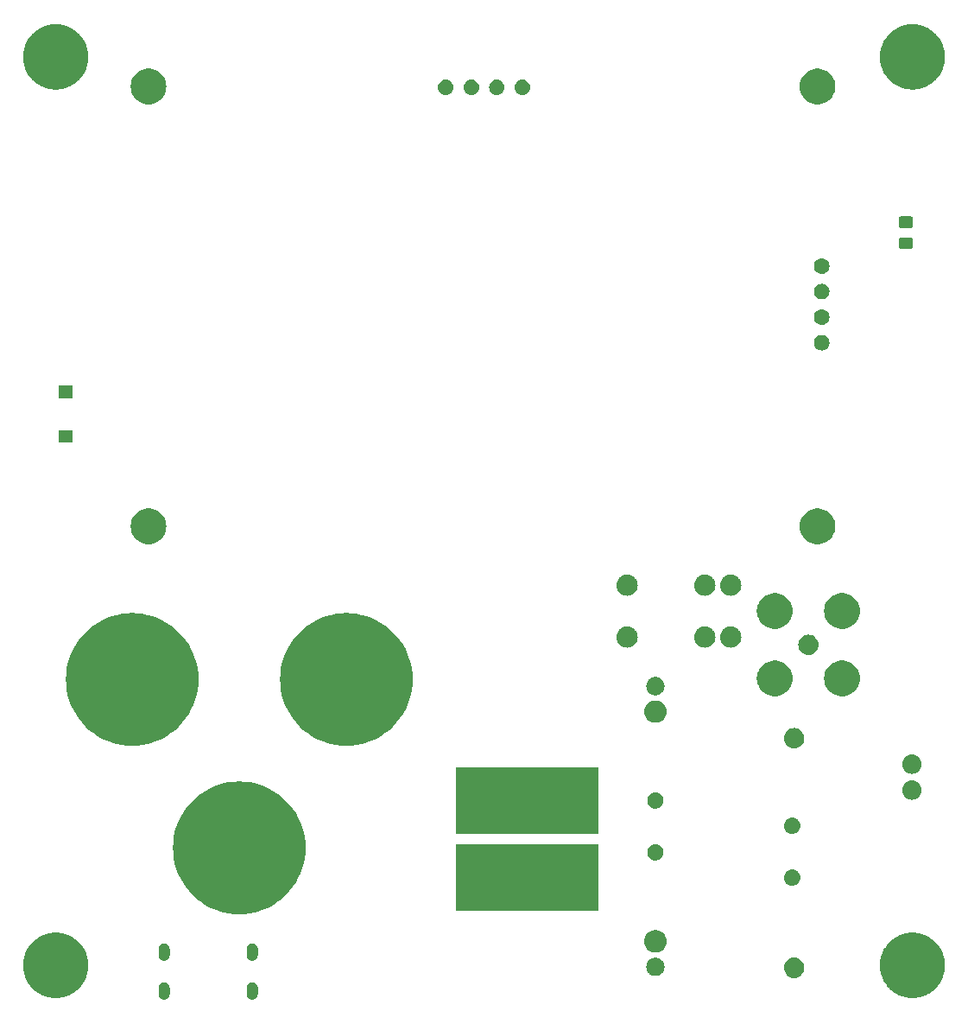
<source format=gbr>
%TF.GenerationSoftware,KiCad,Pcbnew,8.0.7*%
%TF.CreationDate,2025-01-06T20:38:12+08:00*%
%TF.ProjectId,Inductance Meter V2-0,496e6475-6374-4616-9e63-65204d657465,rev?*%
%TF.SameCoordinates,Original*%
%TF.FileFunction,Soldermask,Bot*%
%TF.FilePolarity,Negative*%
%FSLAX46Y46*%
G04 Gerber Fmt 4.6, Leading zero omitted, Abs format (unit mm)*
G04 Created by KiCad (PCBNEW 8.0.7) date 2025-01-06 20:38:12*
%MOMM*%
%LPD*%
G01*
G04 APERTURE LIST*
G04 APERTURE END LIST*
G36*
X117742771Y-139827205D02*
G01*
X117751789Y-139827205D01*
X117777771Y-139834166D01*
X117839569Y-139846459D01*
X117868738Y-139858541D01*
X117890476Y-139864366D01*
X117909965Y-139875618D01*
X117939133Y-139887700D01*
X117991524Y-139922706D01*
X118014819Y-139936156D01*
X118021194Y-139942531D01*
X118028729Y-139947566D01*
X118104933Y-140023770D01*
X118109967Y-140031304D01*
X118116344Y-140037681D01*
X118129795Y-140060979D01*
X118164799Y-140113366D01*
X118176879Y-140142530D01*
X118188134Y-140162024D01*
X118193959Y-140183765D01*
X118206040Y-140212930D01*
X118218329Y-140274715D01*
X118225295Y-140300711D01*
X118226177Y-140314168D01*
X118227351Y-140320071D01*
X118229709Y-140368071D01*
X118230000Y-140372500D01*
X118230000Y-140972500D01*
X118229709Y-140976931D01*
X118227351Y-141024928D01*
X118226177Y-141030829D01*
X118225295Y-141044289D01*
X118218328Y-141070287D01*
X118206040Y-141132069D01*
X118193960Y-141161231D01*
X118188134Y-141182976D01*
X118176878Y-141202471D01*
X118164799Y-141231633D01*
X118129799Y-141284013D01*
X118116344Y-141307319D01*
X118109965Y-141313697D01*
X118104933Y-141321229D01*
X118028729Y-141397433D01*
X118021197Y-141402465D01*
X118014819Y-141408844D01*
X117991513Y-141422299D01*
X117939133Y-141457299D01*
X117909971Y-141469378D01*
X117890476Y-141480634D01*
X117868731Y-141486460D01*
X117839569Y-141498540D01*
X117777777Y-141510831D01*
X117751789Y-141517795D01*
X117742770Y-141517795D01*
X117733882Y-141519563D01*
X117626118Y-141519563D01*
X117617230Y-141517795D01*
X117608211Y-141517795D01*
X117582223Y-141510831D01*
X117520430Y-141498540D01*
X117491265Y-141486459D01*
X117469524Y-141480634D01*
X117450030Y-141469379D01*
X117420866Y-141457299D01*
X117368479Y-141422295D01*
X117345181Y-141408844D01*
X117338804Y-141402467D01*
X117331270Y-141397433D01*
X117255066Y-141321229D01*
X117250031Y-141313694D01*
X117243656Y-141307319D01*
X117230206Y-141284024D01*
X117195200Y-141231633D01*
X117183118Y-141202465D01*
X117171866Y-141182976D01*
X117166041Y-141161238D01*
X117153959Y-141132069D01*
X117141667Y-141070273D01*
X117134705Y-141044289D01*
X117133823Y-141030837D01*
X117132648Y-141024928D01*
X117130290Y-140976925D01*
X117130000Y-140972500D01*
X117130000Y-140372500D01*
X117130289Y-140368077D01*
X117132648Y-140320071D01*
X117133823Y-140314161D01*
X117134705Y-140300711D01*
X117141666Y-140274729D01*
X117153959Y-140212930D01*
X117166042Y-140183758D01*
X117171866Y-140162024D01*
X117183116Y-140142537D01*
X117195200Y-140113366D01*
X117230211Y-140060968D01*
X117243656Y-140037681D01*
X117250029Y-140031307D01*
X117255066Y-140023770D01*
X117331270Y-139947566D01*
X117338807Y-139942529D01*
X117345181Y-139936156D01*
X117368468Y-139922711D01*
X117420866Y-139887700D01*
X117450037Y-139875616D01*
X117469524Y-139864366D01*
X117491258Y-139858542D01*
X117520430Y-139846459D01*
X117582229Y-139834166D01*
X117608211Y-139827205D01*
X117617229Y-139827205D01*
X117626118Y-139825437D01*
X117733882Y-139825437D01*
X117742771Y-139827205D01*
G37*
G36*
X126382771Y-139827205D02*
G01*
X126391789Y-139827205D01*
X126417771Y-139834166D01*
X126479569Y-139846459D01*
X126508738Y-139858541D01*
X126530476Y-139864366D01*
X126549965Y-139875618D01*
X126579133Y-139887700D01*
X126631524Y-139922706D01*
X126654819Y-139936156D01*
X126661194Y-139942531D01*
X126668729Y-139947566D01*
X126744933Y-140023770D01*
X126749967Y-140031304D01*
X126756344Y-140037681D01*
X126769795Y-140060979D01*
X126804799Y-140113366D01*
X126816879Y-140142530D01*
X126828134Y-140162024D01*
X126833959Y-140183765D01*
X126846040Y-140212930D01*
X126858329Y-140274715D01*
X126865295Y-140300711D01*
X126866177Y-140314168D01*
X126867351Y-140320071D01*
X126869709Y-140368071D01*
X126870000Y-140372500D01*
X126870000Y-140972500D01*
X126869709Y-140976931D01*
X126867351Y-141024928D01*
X126866177Y-141030829D01*
X126865295Y-141044289D01*
X126858328Y-141070287D01*
X126846040Y-141132069D01*
X126833960Y-141161231D01*
X126828134Y-141182976D01*
X126816878Y-141202471D01*
X126804799Y-141231633D01*
X126769799Y-141284013D01*
X126756344Y-141307319D01*
X126749965Y-141313697D01*
X126744933Y-141321229D01*
X126668729Y-141397433D01*
X126661197Y-141402465D01*
X126654819Y-141408844D01*
X126631513Y-141422299D01*
X126579133Y-141457299D01*
X126549971Y-141469378D01*
X126530476Y-141480634D01*
X126508731Y-141486460D01*
X126479569Y-141498540D01*
X126417777Y-141510831D01*
X126391789Y-141517795D01*
X126382770Y-141517795D01*
X126373882Y-141519563D01*
X126266118Y-141519563D01*
X126257230Y-141517795D01*
X126248211Y-141517795D01*
X126222223Y-141510831D01*
X126160430Y-141498540D01*
X126131265Y-141486459D01*
X126109524Y-141480634D01*
X126090030Y-141469379D01*
X126060866Y-141457299D01*
X126008479Y-141422295D01*
X125985181Y-141408844D01*
X125978804Y-141402467D01*
X125971270Y-141397433D01*
X125895066Y-141321229D01*
X125890031Y-141313694D01*
X125883656Y-141307319D01*
X125870206Y-141284024D01*
X125835200Y-141231633D01*
X125823118Y-141202465D01*
X125811866Y-141182976D01*
X125806041Y-141161238D01*
X125793959Y-141132069D01*
X125781667Y-141070273D01*
X125774705Y-141044289D01*
X125773823Y-141030837D01*
X125772648Y-141024928D01*
X125770290Y-140976925D01*
X125770000Y-140972500D01*
X125770000Y-140372500D01*
X125770289Y-140368077D01*
X125772648Y-140320071D01*
X125773823Y-140314161D01*
X125774705Y-140300711D01*
X125781666Y-140274729D01*
X125793959Y-140212930D01*
X125806042Y-140183758D01*
X125811866Y-140162024D01*
X125823116Y-140142537D01*
X125835200Y-140113366D01*
X125870211Y-140060968D01*
X125883656Y-140037681D01*
X125890029Y-140031307D01*
X125895066Y-140023770D01*
X125971270Y-139947566D01*
X125978807Y-139942529D01*
X125985181Y-139936156D01*
X126008468Y-139922711D01*
X126060866Y-139887700D01*
X126090037Y-139875616D01*
X126109524Y-139864366D01*
X126131258Y-139858542D01*
X126160430Y-139846459D01*
X126222229Y-139834166D01*
X126248211Y-139827205D01*
X126257229Y-139827205D01*
X126266118Y-139825437D01*
X126373882Y-139825437D01*
X126382771Y-139827205D01*
G37*
G36*
X107135133Y-134954781D02*
G01*
X107223243Y-134954781D01*
X107317316Y-134965012D01*
X107408286Y-134970121D01*
X107486534Y-134983416D01*
X107567687Y-134992242D01*
X107666526Y-135013997D01*
X107762067Y-135030231D01*
X107832629Y-135050559D01*
X107906066Y-135066724D01*
X108008266Y-135101159D01*
X108106893Y-135129573D01*
X108169234Y-135155395D01*
X108234404Y-135177354D01*
X108338380Y-135225458D01*
X108438428Y-135266900D01*
X108492251Y-135296647D01*
X108548864Y-135322839D01*
X108652875Y-135385420D01*
X108752503Y-135440483D01*
X108797766Y-135472599D01*
X108845750Y-135501470D01*
X108947955Y-135579163D01*
X109045167Y-135648139D01*
X109082044Y-135681094D01*
X109121582Y-135711150D01*
X109220040Y-135804415D01*
X109312742Y-135887258D01*
X109341672Y-135919631D01*
X109373122Y-135949422D01*
X109465785Y-136058514D01*
X109551861Y-136154833D01*
X109573480Y-136185303D01*
X109597427Y-136213495D01*
X109682252Y-136338602D01*
X109759517Y-136447497D01*
X109774650Y-136474879D01*
X109791866Y-136500270D01*
X109866801Y-136641613D01*
X109933100Y-136761572D01*
X109942748Y-136784866D01*
X109954160Y-136806390D01*
X110017170Y-136964535D01*
X110070427Y-137093107D01*
X110075724Y-137111495D01*
X110082407Y-137128267D01*
X110131610Y-137305481D01*
X110169769Y-137437933D01*
X110171950Y-137450770D01*
X110175098Y-137462108D01*
X110208672Y-137666900D01*
X110229879Y-137791714D01*
X110230266Y-137798620D01*
X110231154Y-137804032D01*
X110247427Y-138104195D01*
X110250000Y-138150000D01*
X110247427Y-138195807D01*
X110231154Y-138495967D01*
X110230266Y-138501377D01*
X110229879Y-138508286D01*
X110208667Y-138633126D01*
X110175098Y-138837891D01*
X110171950Y-138849226D01*
X110169769Y-138862067D01*
X110131602Y-138994545D01*
X110082407Y-139171732D01*
X110075725Y-139188501D01*
X110070427Y-139206893D01*
X110017160Y-139335489D01*
X109954160Y-139493609D01*
X109942750Y-139515129D01*
X109933100Y-139538428D01*
X109866788Y-139658410D01*
X109791866Y-139799729D01*
X109774653Y-139825114D01*
X109759517Y-139852503D01*
X109682237Y-139961418D01*
X109597427Y-140086504D01*
X109573485Y-140114690D01*
X109551861Y-140145167D01*
X109465768Y-140241504D01*
X109373122Y-140350577D01*
X109341678Y-140380361D01*
X109312742Y-140412742D01*
X109220021Y-140495601D01*
X109121582Y-140588849D01*
X109082052Y-140618898D01*
X109045167Y-140651861D01*
X108947935Y-140720850D01*
X108845750Y-140798529D01*
X108797776Y-140827393D01*
X108752503Y-140859517D01*
X108652855Y-140914590D01*
X108548864Y-140977160D01*
X108492262Y-141003346D01*
X108438428Y-141033100D01*
X108338359Y-141074549D01*
X108234404Y-141122645D01*
X108169247Y-141144598D01*
X108106893Y-141170427D01*
X108008246Y-141198846D01*
X107906066Y-141233275D01*
X107832644Y-141249436D01*
X107762067Y-141269769D01*
X107666506Y-141286005D01*
X107567687Y-141307757D01*
X107486547Y-141316581D01*
X107408286Y-141329879D01*
X107317311Y-141334988D01*
X107223243Y-141345219D01*
X107135133Y-141345219D01*
X107050000Y-141350000D01*
X106964867Y-141345219D01*
X106876757Y-141345219D01*
X106782688Y-141334988D01*
X106691714Y-141329879D01*
X106613453Y-141316582D01*
X106532312Y-141307757D01*
X106433489Y-141286004D01*
X106337933Y-141269769D01*
X106267358Y-141249437D01*
X106193933Y-141233275D01*
X106091746Y-141198844D01*
X105993107Y-141170427D01*
X105930756Y-141144600D01*
X105865595Y-141122645D01*
X105761630Y-141074545D01*
X105661572Y-141033100D01*
X105607742Y-141003349D01*
X105551135Y-140977160D01*
X105447132Y-140914583D01*
X105347497Y-140859517D01*
X105302229Y-140827397D01*
X105254249Y-140798529D01*
X105152049Y-140720839D01*
X105054833Y-140651861D01*
X105017953Y-140618903D01*
X104978417Y-140588849D01*
X104879960Y-140495585D01*
X104787258Y-140412742D01*
X104758326Y-140380368D01*
X104726877Y-140350577D01*
X104634211Y-140241482D01*
X104548139Y-140145167D01*
X104526519Y-140114697D01*
X104502572Y-140086504D01*
X104417740Y-139961387D01*
X104340483Y-139852503D01*
X104325350Y-139825122D01*
X104308133Y-139799729D01*
X104233187Y-139658365D01*
X104166900Y-139538428D01*
X104157252Y-139515138D01*
X104145839Y-139493609D01*
X104082813Y-139335426D01*
X104029573Y-139206893D01*
X104024277Y-139188510D01*
X104017592Y-139171732D01*
X103968369Y-138994449D01*
X103930231Y-138862067D01*
X103928050Y-138849235D01*
X103924901Y-138837891D01*
X103891303Y-138632958D01*
X103870121Y-138508286D01*
X103869733Y-138501386D01*
X103868845Y-138495967D01*
X103852543Y-138195293D01*
X103850000Y-138150000D01*
X103852543Y-138104710D01*
X103868845Y-137804032D01*
X103869733Y-137798611D01*
X103870121Y-137791714D01*
X103891299Y-137667068D01*
X103924901Y-137462108D01*
X103928051Y-137450761D01*
X103930231Y-137437933D01*
X103968361Y-137305576D01*
X104017592Y-137128267D01*
X104024278Y-137111485D01*
X104029573Y-137093107D01*
X104082802Y-136964599D01*
X104145839Y-136806390D01*
X104157254Y-136784857D01*
X104166900Y-136761572D01*
X104233174Y-136641657D01*
X104308133Y-136500270D01*
X104325353Y-136474871D01*
X104340483Y-136447497D01*
X104417725Y-136338634D01*
X104502572Y-136213495D01*
X104526524Y-136185296D01*
X104548139Y-136154833D01*
X104634194Y-136058536D01*
X104726877Y-135949422D01*
X104758332Y-135919625D01*
X104787258Y-135887258D01*
X104879941Y-135804430D01*
X104978417Y-135711150D01*
X105017961Y-135681089D01*
X105054833Y-135648139D01*
X105152029Y-135579174D01*
X105254249Y-135501470D01*
X105302238Y-135472595D01*
X105347497Y-135440483D01*
X105447112Y-135385427D01*
X105551135Y-135322839D01*
X105607753Y-135296644D01*
X105661572Y-135266900D01*
X105761609Y-135225462D01*
X105865595Y-135177354D01*
X105930769Y-135155394D01*
X105993107Y-135129573D01*
X106091726Y-135101161D01*
X106193933Y-135066724D01*
X106267373Y-135050558D01*
X106337933Y-135030231D01*
X106433469Y-135013998D01*
X106532312Y-134992242D01*
X106613466Y-134983415D01*
X106691714Y-134970121D01*
X106782682Y-134965012D01*
X106876757Y-134954781D01*
X106964867Y-134954781D01*
X107050000Y-134950000D01*
X107135133Y-134954781D01*
G37*
G36*
X191135133Y-134954781D02*
G01*
X191223243Y-134954781D01*
X191317316Y-134965012D01*
X191408286Y-134970121D01*
X191486534Y-134983416D01*
X191567687Y-134992242D01*
X191666526Y-135013997D01*
X191762067Y-135030231D01*
X191832629Y-135050559D01*
X191906066Y-135066724D01*
X192008266Y-135101159D01*
X192106893Y-135129573D01*
X192169234Y-135155395D01*
X192234404Y-135177354D01*
X192338380Y-135225458D01*
X192438428Y-135266900D01*
X192492251Y-135296647D01*
X192548864Y-135322839D01*
X192652875Y-135385420D01*
X192752503Y-135440483D01*
X192797766Y-135472599D01*
X192845750Y-135501470D01*
X192947955Y-135579163D01*
X193045167Y-135648139D01*
X193082044Y-135681094D01*
X193121582Y-135711150D01*
X193220040Y-135804415D01*
X193312742Y-135887258D01*
X193341672Y-135919631D01*
X193373122Y-135949422D01*
X193465785Y-136058514D01*
X193551861Y-136154833D01*
X193573480Y-136185303D01*
X193597427Y-136213495D01*
X193682252Y-136338602D01*
X193759517Y-136447497D01*
X193774650Y-136474879D01*
X193791866Y-136500270D01*
X193866801Y-136641613D01*
X193933100Y-136761572D01*
X193942748Y-136784866D01*
X193954160Y-136806390D01*
X194017170Y-136964535D01*
X194070427Y-137093107D01*
X194075724Y-137111495D01*
X194082407Y-137128267D01*
X194131610Y-137305481D01*
X194169769Y-137437933D01*
X194171950Y-137450770D01*
X194175098Y-137462108D01*
X194208672Y-137666900D01*
X194229879Y-137791714D01*
X194230266Y-137798620D01*
X194231154Y-137804032D01*
X194247427Y-138104195D01*
X194250000Y-138150000D01*
X194247427Y-138195807D01*
X194231154Y-138495967D01*
X194230266Y-138501377D01*
X194229879Y-138508286D01*
X194208667Y-138633126D01*
X194175098Y-138837891D01*
X194171950Y-138849226D01*
X194169769Y-138862067D01*
X194131602Y-138994545D01*
X194082407Y-139171732D01*
X194075725Y-139188501D01*
X194070427Y-139206893D01*
X194017160Y-139335489D01*
X193954160Y-139493609D01*
X193942750Y-139515129D01*
X193933100Y-139538428D01*
X193866788Y-139658410D01*
X193791866Y-139799729D01*
X193774653Y-139825114D01*
X193759517Y-139852503D01*
X193682237Y-139961418D01*
X193597427Y-140086504D01*
X193573485Y-140114690D01*
X193551861Y-140145167D01*
X193465768Y-140241504D01*
X193373122Y-140350577D01*
X193341678Y-140380361D01*
X193312742Y-140412742D01*
X193220021Y-140495601D01*
X193121582Y-140588849D01*
X193082052Y-140618898D01*
X193045167Y-140651861D01*
X192947935Y-140720850D01*
X192845750Y-140798529D01*
X192797776Y-140827393D01*
X192752503Y-140859517D01*
X192652855Y-140914590D01*
X192548864Y-140977160D01*
X192492262Y-141003346D01*
X192438428Y-141033100D01*
X192338359Y-141074549D01*
X192234404Y-141122645D01*
X192169247Y-141144598D01*
X192106893Y-141170427D01*
X192008246Y-141198846D01*
X191906066Y-141233275D01*
X191832644Y-141249436D01*
X191762067Y-141269769D01*
X191666506Y-141286005D01*
X191567687Y-141307757D01*
X191486547Y-141316581D01*
X191408286Y-141329879D01*
X191317311Y-141334988D01*
X191223243Y-141345219D01*
X191135133Y-141345219D01*
X191050000Y-141350000D01*
X190964867Y-141345219D01*
X190876757Y-141345219D01*
X190782688Y-141334988D01*
X190691714Y-141329879D01*
X190613453Y-141316582D01*
X190532312Y-141307757D01*
X190433489Y-141286004D01*
X190337933Y-141269769D01*
X190267358Y-141249437D01*
X190193933Y-141233275D01*
X190091746Y-141198844D01*
X189993107Y-141170427D01*
X189930756Y-141144600D01*
X189865595Y-141122645D01*
X189761630Y-141074545D01*
X189661572Y-141033100D01*
X189607742Y-141003349D01*
X189551135Y-140977160D01*
X189447132Y-140914583D01*
X189347497Y-140859517D01*
X189302229Y-140827397D01*
X189254249Y-140798529D01*
X189152049Y-140720839D01*
X189054833Y-140651861D01*
X189017953Y-140618903D01*
X188978417Y-140588849D01*
X188879960Y-140495585D01*
X188787258Y-140412742D01*
X188758326Y-140380368D01*
X188726877Y-140350577D01*
X188634211Y-140241482D01*
X188548139Y-140145167D01*
X188526519Y-140114697D01*
X188502572Y-140086504D01*
X188417740Y-139961387D01*
X188340483Y-139852503D01*
X188325350Y-139825122D01*
X188308133Y-139799729D01*
X188233187Y-139658365D01*
X188166900Y-139538428D01*
X188157252Y-139515138D01*
X188145839Y-139493609D01*
X188082813Y-139335426D01*
X188029573Y-139206893D01*
X188024277Y-139188510D01*
X188017592Y-139171732D01*
X187968369Y-138994449D01*
X187930231Y-138862067D01*
X187928050Y-138849235D01*
X187924901Y-138837891D01*
X187891303Y-138632958D01*
X187870121Y-138508286D01*
X187869733Y-138501386D01*
X187868845Y-138495967D01*
X187852543Y-138195293D01*
X187850000Y-138150000D01*
X187852543Y-138104710D01*
X187868845Y-137804032D01*
X187869733Y-137798611D01*
X187870121Y-137791714D01*
X187891299Y-137667068D01*
X187924901Y-137462108D01*
X187928051Y-137450761D01*
X187930231Y-137437933D01*
X187968361Y-137305576D01*
X188017592Y-137128267D01*
X188024278Y-137111485D01*
X188029573Y-137093107D01*
X188082802Y-136964599D01*
X188145839Y-136806390D01*
X188157254Y-136784857D01*
X188166900Y-136761572D01*
X188233174Y-136641657D01*
X188308133Y-136500270D01*
X188325353Y-136474871D01*
X188340483Y-136447497D01*
X188417725Y-136338634D01*
X188502572Y-136213495D01*
X188526524Y-136185296D01*
X188548139Y-136154833D01*
X188634194Y-136058536D01*
X188726877Y-135949422D01*
X188758332Y-135919625D01*
X188787258Y-135887258D01*
X188879941Y-135804430D01*
X188978417Y-135711150D01*
X189017961Y-135681089D01*
X189054833Y-135648139D01*
X189152029Y-135579174D01*
X189254249Y-135501470D01*
X189302238Y-135472595D01*
X189347497Y-135440483D01*
X189447112Y-135385427D01*
X189551135Y-135322839D01*
X189607753Y-135296644D01*
X189661572Y-135266900D01*
X189761609Y-135225462D01*
X189865595Y-135177354D01*
X189930769Y-135155394D01*
X189993107Y-135129573D01*
X190091726Y-135101161D01*
X190193933Y-135066724D01*
X190267373Y-135050558D01*
X190337933Y-135030231D01*
X190433469Y-135013998D01*
X190532312Y-134992242D01*
X190613466Y-134983415D01*
X190691714Y-134970121D01*
X190782682Y-134965012D01*
X190876757Y-134954781D01*
X190964867Y-134954781D01*
X191050000Y-134950000D01*
X191135133Y-134954781D01*
G37*
G36*
X179645090Y-137419215D02*
G01*
X179832683Y-137476120D01*
X180005570Y-137568530D01*
X180157107Y-137692893D01*
X180281470Y-137844430D01*
X180373880Y-138017317D01*
X180430785Y-138204910D01*
X180450000Y-138400000D01*
X180430785Y-138595090D01*
X180373880Y-138782683D01*
X180281470Y-138955570D01*
X180157107Y-139107107D01*
X180005570Y-139231470D01*
X179832683Y-139323880D01*
X179645090Y-139380785D01*
X179450000Y-139400000D01*
X179254910Y-139380785D01*
X179067317Y-139323880D01*
X178894430Y-139231470D01*
X178742893Y-139107107D01*
X178618530Y-138955570D01*
X178526120Y-138782683D01*
X178469215Y-138595090D01*
X178450000Y-138400000D01*
X178469215Y-138204910D01*
X178526120Y-138017317D01*
X178618530Y-137844430D01*
X178742893Y-137692893D01*
X178894430Y-137568530D01*
X179067317Y-137476120D01*
X179254910Y-137419215D01*
X179450000Y-137400000D01*
X179645090Y-137419215D01*
G37*
G36*
X165897113Y-137404930D02*
G01*
X165944076Y-137404930D01*
X165984622Y-137413548D01*
X166025526Y-137417577D01*
X166076916Y-137433166D01*
X166128115Y-137444049D01*
X166160879Y-137458636D01*
X166194304Y-137468776D01*
X166247420Y-137497166D01*
X166300000Y-137520577D01*
X166324445Y-137538337D01*
X166349849Y-137551916D01*
X166401669Y-137594444D01*
X166452218Y-137631170D01*
X166468631Y-137649398D01*
X166486190Y-137663809D01*
X166533379Y-137721308D01*
X166578115Y-137770993D01*
X166587512Y-137787269D01*
X166598083Y-137800150D01*
X166637183Y-137873302D01*
X166672191Y-137933937D01*
X166676218Y-137946331D01*
X166681223Y-137955695D01*
X166708821Y-138046672D01*
X166730333Y-138112879D01*
X166731090Y-138120082D01*
X166732422Y-138124473D01*
X166745377Y-138256021D01*
X166750000Y-138300000D01*
X166745377Y-138343982D01*
X166732422Y-138475526D01*
X166731090Y-138479916D01*
X166730333Y-138487121D01*
X166708816Y-138553341D01*
X166681223Y-138644304D01*
X166676219Y-138653665D01*
X166672191Y-138666063D01*
X166637176Y-138726709D01*
X166598083Y-138799849D01*
X166587514Y-138812726D01*
X166578115Y-138829007D01*
X166533369Y-138878701D01*
X166486190Y-138936190D01*
X166468634Y-138950597D01*
X166452218Y-138968830D01*
X166401659Y-139005563D01*
X166349849Y-139048083D01*
X166324450Y-139061658D01*
X166300000Y-139079423D01*
X166247408Y-139102838D01*
X166194304Y-139131223D01*
X166160886Y-139141360D01*
X166128115Y-139155951D01*
X166076905Y-139166836D01*
X166025526Y-139182422D01*
X165984631Y-139186449D01*
X165944076Y-139195070D01*
X165897103Y-139195070D01*
X165850000Y-139199709D01*
X165802897Y-139195070D01*
X165755924Y-139195070D01*
X165715368Y-139186449D01*
X165674473Y-139182422D01*
X165623091Y-139166835D01*
X165571885Y-139155951D01*
X165539115Y-139141361D01*
X165505695Y-139131223D01*
X165452585Y-139102835D01*
X165400000Y-139079423D01*
X165375552Y-139061660D01*
X165350150Y-139048083D01*
X165298332Y-139005556D01*
X165247782Y-138968830D01*
X165231368Y-138950600D01*
X165213809Y-138936190D01*
X165166618Y-138878688D01*
X165121885Y-138829007D01*
X165112487Y-138812730D01*
X165101916Y-138799849D01*
X165062810Y-138726686D01*
X165027809Y-138666063D01*
X165023782Y-138653670D01*
X165018776Y-138644304D01*
X164991168Y-138553294D01*
X164969667Y-138487121D01*
X164968910Y-138479921D01*
X164967577Y-138475526D01*
X164954606Y-138343831D01*
X164950000Y-138300000D01*
X164954606Y-138256172D01*
X164967577Y-138124473D01*
X164968910Y-138120077D01*
X164969667Y-138112879D01*
X164991163Y-138046719D01*
X165018776Y-137955695D01*
X165023783Y-137946327D01*
X165027809Y-137933937D01*
X165062802Y-137873326D01*
X165101916Y-137800150D01*
X165112489Y-137787265D01*
X165121885Y-137770993D01*
X165166609Y-137721321D01*
X165213809Y-137663809D01*
X165231371Y-137649395D01*
X165247782Y-137631170D01*
X165298321Y-137594450D01*
X165350150Y-137551916D01*
X165375557Y-137538335D01*
X165400000Y-137520577D01*
X165452573Y-137497169D01*
X165505695Y-137468776D01*
X165539122Y-137458635D01*
X165571885Y-137444049D01*
X165623080Y-137433166D01*
X165674473Y-137417577D01*
X165715377Y-137413548D01*
X165755924Y-137404930D01*
X165802887Y-137404930D01*
X165850000Y-137400290D01*
X165897113Y-137404930D01*
G37*
G36*
X117742771Y-136017205D02*
G01*
X117751789Y-136017205D01*
X117777771Y-136024166D01*
X117839569Y-136036459D01*
X117868738Y-136048541D01*
X117890476Y-136054366D01*
X117909965Y-136065618D01*
X117939133Y-136077700D01*
X117991524Y-136112706D01*
X118014819Y-136126156D01*
X118021194Y-136132531D01*
X118028729Y-136137566D01*
X118104933Y-136213770D01*
X118109967Y-136221304D01*
X118116344Y-136227681D01*
X118129795Y-136250979D01*
X118164799Y-136303366D01*
X118176879Y-136332530D01*
X118188134Y-136352024D01*
X118193959Y-136373765D01*
X118206040Y-136402930D01*
X118218329Y-136464715D01*
X118225295Y-136490711D01*
X118226177Y-136504168D01*
X118227351Y-136510071D01*
X118229709Y-136558071D01*
X118230000Y-136562500D01*
X118230000Y-137162500D01*
X118229709Y-137166931D01*
X118227351Y-137214928D01*
X118226177Y-137220829D01*
X118225295Y-137234289D01*
X118218328Y-137260287D01*
X118206040Y-137322069D01*
X118193960Y-137351231D01*
X118188134Y-137372976D01*
X118176878Y-137392471D01*
X118164799Y-137421633D01*
X118129799Y-137474013D01*
X118116344Y-137497319D01*
X118109965Y-137503697D01*
X118104933Y-137511229D01*
X118028729Y-137587433D01*
X118021197Y-137592465D01*
X118014819Y-137598844D01*
X117991513Y-137612299D01*
X117939133Y-137647299D01*
X117909971Y-137659378D01*
X117890476Y-137670634D01*
X117868731Y-137676460D01*
X117839569Y-137688540D01*
X117777777Y-137700831D01*
X117751789Y-137707795D01*
X117742770Y-137707795D01*
X117733882Y-137709563D01*
X117626118Y-137709563D01*
X117617230Y-137707795D01*
X117608211Y-137707795D01*
X117582223Y-137700831D01*
X117520430Y-137688540D01*
X117491265Y-137676459D01*
X117469524Y-137670634D01*
X117450030Y-137659379D01*
X117420866Y-137647299D01*
X117368479Y-137612295D01*
X117345181Y-137598844D01*
X117338804Y-137592467D01*
X117331270Y-137587433D01*
X117255066Y-137511229D01*
X117250031Y-137503694D01*
X117243656Y-137497319D01*
X117230206Y-137474024D01*
X117195200Y-137421633D01*
X117183118Y-137392465D01*
X117171866Y-137372976D01*
X117166041Y-137351238D01*
X117153959Y-137322069D01*
X117141667Y-137260273D01*
X117134705Y-137234289D01*
X117133823Y-137220837D01*
X117132648Y-137214928D01*
X117130290Y-137166925D01*
X117130000Y-137162500D01*
X117130000Y-136562500D01*
X117130289Y-136558077D01*
X117132648Y-136510071D01*
X117133823Y-136504161D01*
X117134705Y-136490711D01*
X117141666Y-136464729D01*
X117153959Y-136402930D01*
X117166042Y-136373758D01*
X117171866Y-136352024D01*
X117183116Y-136332537D01*
X117195200Y-136303366D01*
X117230211Y-136250968D01*
X117243656Y-136227681D01*
X117250029Y-136221307D01*
X117255066Y-136213770D01*
X117331270Y-136137566D01*
X117338807Y-136132529D01*
X117345181Y-136126156D01*
X117368468Y-136112711D01*
X117420866Y-136077700D01*
X117450037Y-136065616D01*
X117469524Y-136054366D01*
X117491258Y-136048542D01*
X117520430Y-136036459D01*
X117582229Y-136024166D01*
X117608211Y-136017205D01*
X117617229Y-136017205D01*
X117626118Y-136015437D01*
X117733882Y-136015437D01*
X117742771Y-136017205D01*
G37*
G36*
X126382771Y-136017205D02*
G01*
X126391789Y-136017205D01*
X126417771Y-136024166D01*
X126479569Y-136036459D01*
X126508738Y-136048541D01*
X126530476Y-136054366D01*
X126549965Y-136065618D01*
X126579133Y-136077700D01*
X126631524Y-136112706D01*
X126654819Y-136126156D01*
X126661194Y-136132531D01*
X126668729Y-136137566D01*
X126744933Y-136213770D01*
X126749967Y-136221304D01*
X126756344Y-136227681D01*
X126769795Y-136250979D01*
X126804799Y-136303366D01*
X126816879Y-136332530D01*
X126828134Y-136352024D01*
X126833959Y-136373765D01*
X126846040Y-136402930D01*
X126858329Y-136464715D01*
X126865295Y-136490711D01*
X126866177Y-136504168D01*
X126867351Y-136510071D01*
X126869709Y-136558071D01*
X126870000Y-136562500D01*
X126870000Y-137162500D01*
X126869709Y-137166931D01*
X126867351Y-137214928D01*
X126866177Y-137220829D01*
X126865295Y-137234289D01*
X126858328Y-137260287D01*
X126846040Y-137322069D01*
X126833960Y-137351231D01*
X126828134Y-137372976D01*
X126816878Y-137392471D01*
X126804799Y-137421633D01*
X126769799Y-137474013D01*
X126756344Y-137497319D01*
X126749965Y-137503697D01*
X126744933Y-137511229D01*
X126668729Y-137587433D01*
X126661197Y-137592465D01*
X126654819Y-137598844D01*
X126631513Y-137612299D01*
X126579133Y-137647299D01*
X126549971Y-137659378D01*
X126530476Y-137670634D01*
X126508731Y-137676460D01*
X126479569Y-137688540D01*
X126417777Y-137700831D01*
X126391789Y-137707795D01*
X126382770Y-137707795D01*
X126373882Y-137709563D01*
X126266118Y-137709563D01*
X126257230Y-137707795D01*
X126248211Y-137707795D01*
X126222223Y-137700831D01*
X126160430Y-137688540D01*
X126131265Y-137676459D01*
X126109524Y-137670634D01*
X126090030Y-137659379D01*
X126060866Y-137647299D01*
X126008479Y-137612295D01*
X125985181Y-137598844D01*
X125978804Y-137592467D01*
X125971270Y-137587433D01*
X125895066Y-137511229D01*
X125890031Y-137503694D01*
X125883656Y-137497319D01*
X125870206Y-137474024D01*
X125835200Y-137421633D01*
X125823118Y-137392465D01*
X125811866Y-137372976D01*
X125806041Y-137351238D01*
X125793959Y-137322069D01*
X125781667Y-137260273D01*
X125774705Y-137234289D01*
X125773823Y-137220837D01*
X125772648Y-137214928D01*
X125770290Y-137166925D01*
X125770000Y-137162500D01*
X125770000Y-136562500D01*
X125770289Y-136558077D01*
X125772648Y-136510071D01*
X125773823Y-136504161D01*
X125774705Y-136490711D01*
X125781666Y-136464729D01*
X125793959Y-136402930D01*
X125806042Y-136373758D01*
X125811866Y-136352024D01*
X125823116Y-136332537D01*
X125835200Y-136303366D01*
X125870211Y-136250968D01*
X125883656Y-136227681D01*
X125890029Y-136221307D01*
X125895066Y-136213770D01*
X125971270Y-136137566D01*
X125978807Y-136132529D01*
X125985181Y-136126156D01*
X126008468Y-136112711D01*
X126060866Y-136077700D01*
X126090037Y-136065616D01*
X126109524Y-136054366D01*
X126131258Y-136048542D01*
X126160430Y-136036459D01*
X126222229Y-136024166D01*
X126248211Y-136017205D01*
X126257229Y-136017205D01*
X126266118Y-136015437D01*
X126373882Y-136015437D01*
X126382771Y-136017205D01*
G37*
G36*
X166151029Y-134741992D02*
G01*
X166340312Y-134815320D01*
X166512898Y-134922181D01*
X166662910Y-135058935D01*
X166785239Y-135220925D01*
X166875719Y-135402634D01*
X166931270Y-135597876D01*
X166950000Y-135800000D01*
X166931270Y-136002124D01*
X166875719Y-136197366D01*
X166785239Y-136379075D01*
X166662910Y-136541065D01*
X166512898Y-136677819D01*
X166340312Y-136784680D01*
X166151029Y-136858008D01*
X165951495Y-136895308D01*
X165748505Y-136895308D01*
X165548971Y-136858008D01*
X165359688Y-136784680D01*
X165187102Y-136677819D01*
X165037090Y-136541065D01*
X164914761Y-136379075D01*
X164824281Y-136197366D01*
X164768730Y-136002124D01*
X164750000Y-135800000D01*
X164768730Y-135597876D01*
X164824281Y-135402634D01*
X164914761Y-135220925D01*
X165037090Y-135058935D01*
X165187102Y-134922181D01*
X165359688Y-134815320D01*
X165548971Y-134741992D01*
X165748505Y-134704692D01*
X165951495Y-134704692D01*
X166151029Y-134741992D01*
G37*
G36*
X125559984Y-120170037D02*
G01*
X126066824Y-120230026D01*
X126567395Y-120329596D01*
X127058610Y-120468133D01*
X127537442Y-120644783D01*
X128000938Y-120858458D01*
X128446241Y-121107839D01*
X128870604Y-121391390D01*
X129271412Y-121707361D01*
X129646194Y-122053806D01*
X129992639Y-122428588D01*
X130308610Y-122829396D01*
X130592161Y-123253759D01*
X130841542Y-123699062D01*
X131055217Y-124162558D01*
X131231867Y-124641390D01*
X131370404Y-125132605D01*
X131469974Y-125633176D01*
X131529963Y-126140016D01*
X131550000Y-126650000D01*
X131529963Y-127159984D01*
X131469974Y-127666824D01*
X131370404Y-128167395D01*
X131231867Y-128658610D01*
X131055217Y-129137442D01*
X130841542Y-129600938D01*
X130592161Y-130046241D01*
X130308610Y-130470604D01*
X129992639Y-130871412D01*
X129646194Y-131246194D01*
X129271412Y-131592639D01*
X128870604Y-131908610D01*
X128446241Y-132192161D01*
X128000938Y-132441542D01*
X127537442Y-132655217D01*
X127058610Y-132831867D01*
X126567395Y-132970404D01*
X126066824Y-133069974D01*
X125559984Y-133129963D01*
X125050000Y-133150000D01*
X124540016Y-133129963D01*
X124033176Y-133069974D01*
X123532605Y-132970404D01*
X123041390Y-132831867D01*
X122562558Y-132655217D01*
X122099062Y-132441542D01*
X121653759Y-132192161D01*
X121229396Y-131908610D01*
X120828588Y-131592639D01*
X120453806Y-131246194D01*
X120107361Y-130871412D01*
X119791390Y-130470604D01*
X119507839Y-130046241D01*
X119258458Y-129600938D01*
X119044783Y-129137442D01*
X118868133Y-128658610D01*
X118729596Y-128167395D01*
X118630026Y-127666824D01*
X118570037Y-127159984D01*
X118550000Y-126650000D01*
X118570037Y-126140016D01*
X118630026Y-125633176D01*
X118729596Y-125132605D01*
X118868133Y-124641390D01*
X119044783Y-124162558D01*
X119258458Y-123699062D01*
X119507839Y-123253759D01*
X119791390Y-122829396D01*
X120107361Y-122428588D01*
X120453806Y-122053806D01*
X120828588Y-121707361D01*
X121229396Y-121391390D01*
X121653759Y-121107839D01*
X122099062Y-120858458D01*
X122562558Y-120644783D01*
X123041390Y-120468133D01*
X123532605Y-120329596D01*
X124033176Y-120230026D01*
X124540016Y-120170037D01*
X125050000Y-120150000D01*
X125559984Y-120170037D01*
G37*
G36*
X160300000Y-132800000D02*
G01*
X146300000Y-132800000D01*
X146300000Y-126300000D01*
X160300000Y-126300000D01*
X160300000Y-132800000D01*
G37*
G36*
X179299311Y-128762211D02*
G01*
X179341088Y-128762211D01*
X179388218Y-128772228D01*
X179435517Y-128777558D01*
X179469908Y-128789592D01*
X179504610Y-128796968D01*
X179554617Y-128819233D01*
X179604607Y-128836725D01*
X179630628Y-128853075D01*
X179657335Y-128864966D01*
X179707133Y-128901146D01*
X179756292Y-128932035D01*
X179773944Y-128949687D01*
X179792584Y-128963230D01*
X179838665Y-129014408D01*
X179882965Y-129058708D01*
X179893154Y-129074924D01*
X179904446Y-129087465D01*
X179943073Y-129154370D01*
X179978275Y-129210393D01*
X179982670Y-129222953D01*
X179988035Y-129232246D01*
X180015510Y-129316805D01*
X180037442Y-129379483D01*
X180038273Y-129386863D01*
X180039695Y-129391238D01*
X180052576Y-129513806D01*
X180057500Y-129557500D01*
X180052576Y-129601197D01*
X180039695Y-129723761D01*
X180038273Y-129728135D01*
X180037442Y-129735517D01*
X180015505Y-129798207D01*
X179988035Y-129882753D01*
X179982671Y-129892043D01*
X179978275Y-129904607D01*
X179943066Y-129960640D01*
X179904446Y-130027534D01*
X179893156Y-130040072D01*
X179882965Y-130056292D01*
X179838655Y-130100601D01*
X179792584Y-130151769D01*
X179773948Y-130165308D01*
X179756292Y-130182965D01*
X179707123Y-130213859D01*
X179657335Y-130250033D01*
X179630634Y-130261921D01*
X179604607Y-130278275D01*
X179554607Y-130295770D01*
X179504610Y-130318031D01*
X179469914Y-130325405D01*
X179435517Y-130337442D01*
X179388215Y-130342771D01*
X179341088Y-130352789D01*
X179299311Y-130352789D01*
X179257500Y-130357500D01*
X179215689Y-130352789D01*
X179173912Y-130352789D01*
X179126784Y-130342771D01*
X179079483Y-130337442D01*
X179045086Y-130325406D01*
X179010389Y-130318031D01*
X178960387Y-130295768D01*
X178910393Y-130278275D01*
X178884368Y-130261922D01*
X178857664Y-130250033D01*
X178807869Y-130213855D01*
X178758708Y-130182965D01*
X178741054Y-130165311D01*
X178722415Y-130151769D01*
X178676333Y-130100590D01*
X178632035Y-130056292D01*
X178621845Y-130040075D01*
X178610553Y-130027534D01*
X178571920Y-129960620D01*
X178536725Y-129904607D01*
X178532330Y-129892047D01*
X178526964Y-129882753D01*
X178499480Y-129798167D01*
X178477558Y-129735517D01*
X178476726Y-129728139D01*
X178475304Y-129723761D01*
X178462408Y-129601065D01*
X178457500Y-129557500D01*
X178462408Y-129513938D01*
X178475304Y-129391238D01*
X178476726Y-129386858D01*
X178477558Y-129379483D01*
X178499475Y-129316845D01*
X178526964Y-129232246D01*
X178532331Y-129222949D01*
X178536725Y-129210393D01*
X178571913Y-129154390D01*
X178610553Y-129087465D01*
X178621847Y-129074921D01*
X178632035Y-129058708D01*
X178676326Y-129014416D01*
X178722417Y-128963228D01*
X178741059Y-128949683D01*
X178758708Y-128932035D01*
X178807854Y-128901154D01*
X178857662Y-128864967D01*
X178884373Y-128853074D01*
X178910393Y-128836725D01*
X178960377Y-128819234D01*
X179010389Y-128796968D01*
X179045092Y-128789591D01*
X179079483Y-128777558D01*
X179126781Y-128772228D01*
X179173912Y-128762211D01*
X179215689Y-128762211D01*
X179257500Y-128757500D01*
X179299311Y-128762211D01*
G37*
G36*
X165891811Y-126294711D02*
G01*
X165933588Y-126294711D01*
X165980718Y-126304728D01*
X166028017Y-126310058D01*
X166062408Y-126322092D01*
X166097110Y-126329468D01*
X166147117Y-126351733D01*
X166197107Y-126369225D01*
X166223128Y-126385575D01*
X166249835Y-126397466D01*
X166299633Y-126433646D01*
X166348792Y-126464535D01*
X166366444Y-126482187D01*
X166385084Y-126495730D01*
X166431165Y-126546908D01*
X166475465Y-126591208D01*
X166485654Y-126607424D01*
X166496946Y-126619965D01*
X166535573Y-126686870D01*
X166570775Y-126742893D01*
X166575170Y-126755453D01*
X166580535Y-126764746D01*
X166608010Y-126849305D01*
X166629942Y-126911983D01*
X166630773Y-126919363D01*
X166632195Y-126923738D01*
X166645076Y-127046306D01*
X166650000Y-127090000D01*
X166645076Y-127133697D01*
X166632195Y-127256261D01*
X166630773Y-127260635D01*
X166629942Y-127268017D01*
X166608005Y-127330707D01*
X166580535Y-127415253D01*
X166575171Y-127424543D01*
X166570775Y-127437107D01*
X166535566Y-127493140D01*
X166496946Y-127560034D01*
X166485656Y-127572572D01*
X166475465Y-127588792D01*
X166431155Y-127633101D01*
X166385084Y-127684269D01*
X166366448Y-127697808D01*
X166348792Y-127715465D01*
X166299623Y-127746359D01*
X166249835Y-127782533D01*
X166223134Y-127794421D01*
X166197107Y-127810775D01*
X166147107Y-127828270D01*
X166097110Y-127850531D01*
X166062414Y-127857905D01*
X166028017Y-127869942D01*
X165980715Y-127875271D01*
X165933588Y-127885289D01*
X165891811Y-127885289D01*
X165850000Y-127890000D01*
X165808189Y-127885289D01*
X165766412Y-127885289D01*
X165719284Y-127875271D01*
X165671983Y-127869942D01*
X165637586Y-127857906D01*
X165602889Y-127850531D01*
X165552887Y-127828268D01*
X165502893Y-127810775D01*
X165476868Y-127794422D01*
X165450164Y-127782533D01*
X165400369Y-127746355D01*
X165351208Y-127715465D01*
X165333554Y-127697811D01*
X165314915Y-127684269D01*
X165268833Y-127633090D01*
X165224535Y-127588792D01*
X165214345Y-127572575D01*
X165203053Y-127560034D01*
X165164420Y-127493120D01*
X165129225Y-127437107D01*
X165124830Y-127424547D01*
X165119464Y-127415253D01*
X165091980Y-127330667D01*
X165070058Y-127268017D01*
X165069226Y-127260639D01*
X165067804Y-127256261D01*
X165054908Y-127133565D01*
X165050000Y-127090000D01*
X165054908Y-127046438D01*
X165067804Y-126923738D01*
X165069226Y-126919358D01*
X165070058Y-126911983D01*
X165091975Y-126849345D01*
X165119464Y-126764746D01*
X165124831Y-126755449D01*
X165129225Y-126742893D01*
X165164413Y-126686890D01*
X165203053Y-126619965D01*
X165214347Y-126607421D01*
X165224535Y-126591208D01*
X165268826Y-126546916D01*
X165314917Y-126495728D01*
X165333559Y-126482183D01*
X165351208Y-126464535D01*
X165400354Y-126433654D01*
X165450162Y-126397467D01*
X165476873Y-126385574D01*
X165502893Y-126369225D01*
X165552877Y-126351734D01*
X165602889Y-126329468D01*
X165637592Y-126322091D01*
X165671983Y-126310058D01*
X165719281Y-126304728D01*
X165766412Y-126294711D01*
X165808189Y-126294711D01*
X165850000Y-126290000D01*
X165891811Y-126294711D01*
G37*
G36*
X160300000Y-125300000D02*
G01*
X146300000Y-125300000D01*
X146300000Y-118800000D01*
X160300000Y-118800000D01*
X160300000Y-125300000D01*
G37*
G36*
X179299311Y-123682211D02*
G01*
X179341088Y-123682211D01*
X179388218Y-123692228D01*
X179435517Y-123697558D01*
X179469908Y-123709592D01*
X179504610Y-123716968D01*
X179554617Y-123739233D01*
X179604607Y-123756725D01*
X179630628Y-123773075D01*
X179657335Y-123784966D01*
X179707133Y-123821146D01*
X179756292Y-123852035D01*
X179773944Y-123869687D01*
X179792584Y-123883230D01*
X179838665Y-123934408D01*
X179882965Y-123978708D01*
X179893154Y-123994924D01*
X179904446Y-124007465D01*
X179943073Y-124074370D01*
X179978275Y-124130393D01*
X179982670Y-124142953D01*
X179988035Y-124152246D01*
X180015510Y-124236805D01*
X180037442Y-124299483D01*
X180038273Y-124306863D01*
X180039695Y-124311238D01*
X180052576Y-124433806D01*
X180057500Y-124477500D01*
X180052576Y-124521197D01*
X180039695Y-124643761D01*
X180038273Y-124648135D01*
X180037442Y-124655517D01*
X180015505Y-124718207D01*
X179988035Y-124802753D01*
X179982671Y-124812043D01*
X179978275Y-124824607D01*
X179943066Y-124880640D01*
X179904446Y-124947534D01*
X179893156Y-124960072D01*
X179882965Y-124976292D01*
X179838655Y-125020601D01*
X179792584Y-125071769D01*
X179773948Y-125085308D01*
X179756292Y-125102965D01*
X179707123Y-125133859D01*
X179657335Y-125170033D01*
X179630634Y-125181921D01*
X179604607Y-125198275D01*
X179554607Y-125215770D01*
X179504610Y-125238031D01*
X179469914Y-125245405D01*
X179435517Y-125257442D01*
X179388215Y-125262771D01*
X179341088Y-125272789D01*
X179299311Y-125272789D01*
X179257500Y-125277500D01*
X179215689Y-125272789D01*
X179173912Y-125272789D01*
X179126784Y-125262771D01*
X179079483Y-125257442D01*
X179045086Y-125245406D01*
X179010389Y-125238031D01*
X178960387Y-125215768D01*
X178910393Y-125198275D01*
X178884368Y-125181922D01*
X178857664Y-125170033D01*
X178807869Y-125133855D01*
X178758708Y-125102965D01*
X178741054Y-125085311D01*
X178722415Y-125071769D01*
X178676333Y-125020590D01*
X178632035Y-124976292D01*
X178621845Y-124960075D01*
X178610553Y-124947534D01*
X178571920Y-124880620D01*
X178536725Y-124824607D01*
X178532330Y-124812047D01*
X178526964Y-124802753D01*
X178499480Y-124718167D01*
X178477558Y-124655517D01*
X178476726Y-124648139D01*
X178475304Y-124643761D01*
X178462408Y-124521065D01*
X178457500Y-124477500D01*
X178462408Y-124433938D01*
X178475304Y-124311238D01*
X178476726Y-124306858D01*
X178477558Y-124299483D01*
X178499475Y-124236845D01*
X178526964Y-124152246D01*
X178532331Y-124142949D01*
X178536725Y-124130393D01*
X178571913Y-124074390D01*
X178610553Y-124007465D01*
X178621847Y-123994921D01*
X178632035Y-123978708D01*
X178676326Y-123934416D01*
X178722417Y-123883228D01*
X178741059Y-123869683D01*
X178758708Y-123852035D01*
X178807854Y-123821154D01*
X178857662Y-123784967D01*
X178884373Y-123773074D01*
X178910393Y-123756725D01*
X178960377Y-123739234D01*
X179010389Y-123716968D01*
X179045092Y-123709591D01*
X179079483Y-123697558D01*
X179126781Y-123692228D01*
X179173912Y-123682211D01*
X179215689Y-123682211D01*
X179257500Y-123677500D01*
X179299311Y-123682211D01*
G37*
G36*
X165891811Y-121214711D02*
G01*
X165933588Y-121214711D01*
X165980718Y-121224728D01*
X166028017Y-121230058D01*
X166062408Y-121242092D01*
X166097110Y-121249468D01*
X166147117Y-121271733D01*
X166197107Y-121289225D01*
X166223128Y-121305575D01*
X166249835Y-121317466D01*
X166299633Y-121353646D01*
X166348792Y-121384535D01*
X166366444Y-121402187D01*
X166385084Y-121415730D01*
X166431165Y-121466908D01*
X166475465Y-121511208D01*
X166485654Y-121527424D01*
X166496946Y-121539965D01*
X166535573Y-121606870D01*
X166570775Y-121662893D01*
X166575170Y-121675453D01*
X166580535Y-121684746D01*
X166608010Y-121769305D01*
X166629942Y-121831983D01*
X166630773Y-121839363D01*
X166632195Y-121843738D01*
X166645088Y-121966413D01*
X166650000Y-122010000D01*
X166645086Y-122053610D01*
X166632195Y-122176261D01*
X166630773Y-122180635D01*
X166629942Y-122188017D01*
X166608005Y-122250707D01*
X166580535Y-122335253D01*
X166575171Y-122344543D01*
X166570775Y-122357107D01*
X166535566Y-122413140D01*
X166496946Y-122480034D01*
X166485656Y-122492572D01*
X166475465Y-122508792D01*
X166431155Y-122553101D01*
X166385084Y-122604269D01*
X166366448Y-122617808D01*
X166348792Y-122635465D01*
X166299623Y-122666359D01*
X166249835Y-122702533D01*
X166223134Y-122714421D01*
X166197107Y-122730775D01*
X166147107Y-122748270D01*
X166097110Y-122770531D01*
X166062414Y-122777905D01*
X166028017Y-122789942D01*
X165980715Y-122795271D01*
X165933588Y-122805289D01*
X165891811Y-122805289D01*
X165850000Y-122810000D01*
X165808189Y-122805289D01*
X165766412Y-122805289D01*
X165719284Y-122795271D01*
X165671983Y-122789942D01*
X165637586Y-122777906D01*
X165602889Y-122770531D01*
X165552887Y-122748268D01*
X165502893Y-122730775D01*
X165476868Y-122714422D01*
X165450164Y-122702533D01*
X165400369Y-122666355D01*
X165351208Y-122635465D01*
X165333554Y-122617811D01*
X165314915Y-122604269D01*
X165268833Y-122553090D01*
X165224535Y-122508792D01*
X165214345Y-122492575D01*
X165203053Y-122480034D01*
X165164420Y-122413120D01*
X165129225Y-122357107D01*
X165124830Y-122344547D01*
X165119464Y-122335253D01*
X165091980Y-122250667D01*
X165070058Y-122188017D01*
X165069226Y-122180639D01*
X165067804Y-122176261D01*
X165054909Y-122053575D01*
X165050000Y-122010000D01*
X165054907Y-121966448D01*
X165067804Y-121843738D01*
X165069226Y-121839358D01*
X165070058Y-121831983D01*
X165091975Y-121769345D01*
X165119464Y-121684746D01*
X165124831Y-121675449D01*
X165129225Y-121662893D01*
X165164413Y-121606890D01*
X165203053Y-121539965D01*
X165214347Y-121527421D01*
X165224535Y-121511208D01*
X165268826Y-121466916D01*
X165314917Y-121415728D01*
X165333559Y-121402183D01*
X165351208Y-121384535D01*
X165400354Y-121353654D01*
X165450162Y-121317467D01*
X165476873Y-121305574D01*
X165502893Y-121289225D01*
X165552877Y-121271734D01*
X165602889Y-121249468D01*
X165637592Y-121242091D01*
X165671983Y-121230058D01*
X165719281Y-121224728D01*
X165766412Y-121214711D01*
X165808189Y-121214711D01*
X165850000Y-121210000D01*
X165891811Y-121214711D01*
G37*
G36*
X191185336Y-120068254D02*
G01*
X191363549Y-120122314D01*
X191527792Y-120210104D01*
X191671751Y-120328249D01*
X191789896Y-120472208D01*
X191877686Y-120636451D01*
X191931746Y-120814664D01*
X191950000Y-121000000D01*
X191931746Y-121185336D01*
X191877686Y-121363549D01*
X191789896Y-121527792D01*
X191671751Y-121671751D01*
X191527792Y-121789896D01*
X191363549Y-121877686D01*
X191185336Y-121931746D01*
X191000000Y-121950000D01*
X190814664Y-121931746D01*
X190636451Y-121877686D01*
X190472208Y-121789896D01*
X190328249Y-121671751D01*
X190210104Y-121527792D01*
X190122314Y-121363549D01*
X190068254Y-121185336D01*
X190050000Y-121000000D01*
X190068254Y-120814664D01*
X190122314Y-120636451D01*
X190210104Y-120472208D01*
X190328249Y-120328249D01*
X190472208Y-120210104D01*
X190636451Y-120122314D01*
X190814664Y-120068254D01*
X191000000Y-120050000D01*
X191185336Y-120068254D01*
G37*
G36*
X191185336Y-117528254D02*
G01*
X191363549Y-117582314D01*
X191527792Y-117670104D01*
X191671751Y-117788249D01*
X191789896Y-117932208D01*
X191877686Y-118096451D01*
X191931746Y-118274664D01*
X191950000Y-118460000D01*
X191931746Y-118645336D01*
X191877686Y-118823549D01*
X191789896Y-118987792D01*
X191671751Y-119131751D01*
X191527792Y-119249896D01*
X191363549Y-119337686D01*
X191185336Y-119391746D01*
X191000000Y-119410000D01*
X190814664Y-119391746D01*
X190636451Y-119337686D01*
X190472208Y-119249896D01*
X190328249Y-119131751D01*
X190210104Y-118987792D01*
X190122314Y-118823549D01*
X190068254Y-118645336D01*
X190050000Y-118460000D01*
X190068254Y-118274664D01*
X190122314Y-118096451D01*
X190210104Y-117932208D01*
X190328249Y-117788249D01*
X190472208Y-117670104D01*
X190636451Y-117582314D01*
X190814664Y-117528254D01*
X191000000Y-117510000D01*
X191185336Y-117528254D01*
G37*
G36*
X179645090Y-114919215D02*
G01*
X179832683Y-114976120D01*
X180005570Y-115068530D01*
X180157107Y-115192893D01*
X180281470Y-115344430D01*
X180373880Y-115517317D01*
X180430785Y-115704910D01*
X180450000Y-115900000D01*
X180430785Y-116095090D01*
X180373880Y-116282683D01*
X180281470Y-116455570D01*
X180157107Y-116607107D01*
X180005570Y-116731470D01*
X179832683Y-116823880D01*
X179645090Y-116880785D01*
X179450000Y-116900000D01*
X179254910Y-116880785D01*
X179067317Y-116823880D01*
X178894430Y-116731470D01*
X178742893Y-116607107D01*
X178618530Y-116455570D01*
X178526120Y-116282683D01*
X178469215Y-116095090D01*
X178450000Y-115900000D01*
X178469215Y-115704910D01*
X178526120Y-115517317D01*
X178618530Y-115344430D01*
X178742893Y-115192893D01*
X178894430Y-115068530D01*
X179067317Y-114976120D01*
X179254910Y-114919215D01*
X179450000Y-114900000D01*
X179645090Y-114919215D01*
G37*
G36*
X115059984Y-103670037D02*
G01*
X115566824Y-103730026D01*
X116067395Y-103829596D01*
X116558610Y-103968133D01*
X117037442Y-104144783D01*
X117500938Y-104358458D01*
X117946241Y-104607839D01*
X118370604Y-104891390D01*
X118771412Y-105207361D01*
X119146194Y-105553806D01*
X119492639Y-105928588D01*
X119808610Y-106329396D01*
X120092161Y-106753759D01*
X120341542Y-107199062D01*
X120555217Y-107662558D01*
X120731867Y-108141390D01*
X120870404Y-108632605D01*
X120969974Y-109133176D01*
X121029963Y-109640016D01*
X121050000Y-110150000D01*
X121029963Y-110659984D01*
X120969974Y-111166824D01*
X120870404Y-111667395D01*
X120731867Y-112158610D01*
X120555217Y-112637442D01*
X120341542Y-113100938D01*
X120092161Y-113546241D01*
X119808610Y-113970604D01*
X119492639Y-114371412D01*
X119146194Y-114746194D01*
X118771412Y-115092639D01*
X118370604Y-115408610D01*
X117946241Y-115692161D01*
X117500938Y-115941542D01*
X117037442Y-116155217D01*
X116558610Y-116331867D01*
X116067395Y-116470404D01*
X115566824Y-116569974D01*
X115059984Y-116629963D01*
X114550000Y-116650000D01*
X114040016Y-116629963D01*
X113533176Y-116569974D01*
X113032605Y-116470404D01*
X112541390Y-116331867D01*
X112062558Y-116155217D01*
X111599062Y-115941542D01*
X111153759Y-115692161D01*
X110729396Y-115408610D01*
X110328588Y-115092639D01*
X109953806Y-114746194D01*
X109607361Y-114371412D01*
X109291390Y-113970604D01*
X109007839Y-113546241D01*
X108758458Y-113100938D01*
X108544783Y-112637442D01*
X108368133Y-112158610D01*
X108229596Y-111667395D01*
X108130026Y-111166824D01*
X108070037Y-110659984D01*
X108050000Y-110150000D01*
X108070037Y-109640016D01*
X108130026Y-109133176D01*
X108229596Y-108632605D01*
X108368133Y-108141390D01*
X108544783Y-107662558D01*
X108758458Y-107199062D01*
X109007839Y-106753759D01*
X109291390Y-106329396D01*
X109607361Y-105928588D01*
X109953806Y-105553806D01*
X110328588Y-105207361D01*
X110729396Y-104891390D01*
X111153759Y-104607839D01*
X111599062Y-104358458D01*
X112062558Y-104144783D01*
X112541390Y-103968133D01*
X113032605Y-103829596D01*
X113533176Y-103730026D01*
X114040016Y-103670037D01*
X114550000Y-103650000D01*
X115059984Y-103670037D01*
G37*
G36*
X136059984Y-103670037D02*
G01*
X136566824Y-103730026D01*
X137067395Y-103829596D01*
X137558610Y-103968133D01*
X138037442Y-104144783D01*
X138500938Y-104358458D01*
X138946241Y-104607839D01*
X139370604Y-104891390D01*
X139771412Y-105207361D01*
X140146194Y-105553806D01*
X140492639Y-105928588D01*
X140808610Y-106329396D01*
X141092161Y-106753759D01*
X141341542Y-107199062D01*
X141555217Y-107662558D01*
X141731867Y-108141390D01*
X141870404Y-108632605D01*
X141969974Y-109133176D01*
X142029963Y-109640016D01*
X142050000Y-110150000D01*
X142029963Y-110659984D01*
X141969974Y-111166824D01*
X141870404Y-111667395D01*
X141731867Y-112158610D01*
X141555217Y-112637442D01*
X141341542Y-113100938D01*
X141092161Y-113546241D01*
X140808610Y-113970604D01*
X140492639Y-114371412D01*
X140146194Y-114746194D01*
X139771412Y-115092639D01*
X139370604Y-115408610D01*
X138946241Y-115692161D01*
X138500938Y-115941542D01*
X138037442Y-116155217D01*
X137558610Y-116331867D01*
X137067395Y-116470404D01*
X136566824Y-116569974D01*
X136059984Y-116629963D01*
X135550000Y-116650000D01*
X135040016Y-116629963D01*
X134533176Y-116569974D01*
X134032605Y-116470404D01*
X133541390Y-116331867D01*
X133062558Y-116155217D01*
X132599062Y-115941542D01*
X132153759Y-115692161D01*
X131729396Y-115408610D01*
X131328588Y-115092639D01*
X130953806Y-114746194D01*
X130607361Y-114371412D01*
X130291390Y-113970604D01*
X130007839Y-113546241D01*
X129758458Y-113100938D01*
X129544783Y-112637442D01*
X129368133Y-112158610D01*
X129229596Y-111667395D01*
X129130026Y-111166824D01*
X129070037Y-110659984D01*
X129050000Y-110150000D01*
X129070037Y-109640016D01*
X129130026Y-109133176D01*
X129229596Y-108632605D01*
X129368133Y-108141390D01*
X129544783Y-107662558D01*
X129758458Y-107199062D01*
X130007839Y-106753759D01*
X130291390Y-106329396D01*
X130607361Y-105928588D01*
X130953806Y-105553806D01*
X131328588Y-105207361D01*
X131729396Y-104891390D01*
X132153759Y-104607839D01*
X132599062Y-104358458D01*
X133062558Y-104144783D01*
X133541390Y-103968133D01*
X134032605Y-103829596D01*
X134533176Y-103730026D01*
X135040016Y-103670037D01*
X135550000Y-103650000D01*
X136059984Y-103670037D01*
G37*
G36*
X166151029Y-112241992D02*
G01*
X166340312Y-112315320D01*
X166512898Y-112422181D01*
X166662910Y-112558935D01*
X166785239Y-112720925D01*
X166875719Y-112902634D01*
X166931270Y-113097876D01*
X166950000Y-113300000D01*
X166931270Y-113502124D01*
X166875719Y-113697366D01*
X166785239Y-113879075D01*
X166662910Y-114041065D01*
X166512898Y-114177819D01*
X166340312Y-114284680D01*
X166151029Y-114358008D01*
X165951495Y-114395308D01*
X165748505Y-114395308D01*
X165548971Y-114358008D01*
X165359688Y-114284680D01*
X165187102Y-114177819D01*
X165037090Y-114041065D01*
X164914761Y-113879075D01*
X164824281Y-113697366D01*
X164768730Y-113502124D01*
X164750000Y-113300000D01*
X164768730Y-113097876D01*
X164824281Y-112902634D01*
X164914761Y-112720925D01*
X165037090Y-112558935D01*
X165187102Y-112422181D01*
X165359688Y-112315320D01*
X165548971Y-112241992D01*
X165748505Y-112204692D01*
X165951495Y-112204692D01*
X166151029Y-112241992D01*
G37*
G36*
X177935249Y-108341925D02*
G01*
X178185184Y-108419020D01*
X178420837Y-108532505D01*
X178636944Y-108679844D01*
X178828678Y-108857747D01*
X178991755Y-109062239D01*
X179122533Y-109288752D01*
X179218089Y-109532227D01*
X179276291Y-109787225D01*
X179295837Y-110048049D01*
X179276291Y-110308873D01*
X179218089Y-110563871D01*
X179122533Y-110807346D01*
X178991755Y-111033859D01*
X178828678Y-111238351D01*
X178636944Y-111416254D01*
X178420837Y-111563593D01*
X178185184Y-111677078D01*
X177935249Y-111754173D01*
X177676615Y-111793156D01*
X177415059Y-111793156D01*
X177156425Y-111754173D01*
X176906490Y-111677078D01*
X176670837Y-111563593D01*
X176454730Y-111416254D01*
X176262996Y-111238351D01*
X176099919Y-111033859D01*
X175969141Y-110807346D01*
X175873585Y-110563871D01*
X175815383Y-110308873D01*
X175795837Y-110048049D01*
X175815383Y-109787225D01*
X175873585Y-109532227D01*
X175969141Y-109288752D01*
X176099919Y-109062239D01*
X176262996Y-108857747D01*
X176454730Y-108679844D01*
X176670837Y-108532505D01*
X176906490Y-108419020D01*
X177156425Y-108341925D01*
X177415059Y-108302942D01*
X177676615Y-108302942D01*
X177935249Y-108341925D01*
G37*
G36*
X184535249Y-108341925D02*
G01*
X184785184Y-108419020D01*
X185020837Y-108532505D01*
X185236944Y-108679844D01*
X185428678Y-108857747D01*
X185591755Y-109062239D01*
X185722533Y-109288752D01*
X185818089Y-109532227D01*
X185876291Y-109787225D01*
X185895837Y-110048049D01*
X185876291Y-110308873D01*
X185818089Y-110563871D01*
X185722533Y-110807346D01*
X185591755Y-111033859D01*
X185428678Y-111238351D01*
X185236944Y-111416254D01*
X185020837Y-111563593D01*
X184785184Y-111677078D01*
X184535249Y-111754173D01*
X184276615Y-111793156D01*
X184015059Y-111793156D01*
X183756425Y-111754173D01*
X183506490Y-111677078D01*
X183270837Y-111563593D01*
X183054730Y-111416254D01*
X182862996Y-111238351D01*
X182699919Y-111033859D01*
X182569141Y-110807346D01*
X182473585Y-110563871D01*
X182415383Y-110308873D01*
X182395837Y-110048049D01*
X182415383Y-109787225D01*
X182473585Y-109532227D01*
X182569141Y-109288752D01*
X182699919Y-109062239D01*
X182862996Y-108857747D01*
X183054730Y-108679844D01*
X183270837Y-108532505D01*
X183506490Y-108419020D01*
X183756425Y-108341925D01*
X184015059Y-108302942D01*
X184276615Y-108302942D01*
X184535249Y-108341925D01*
G37*
G36*
X165897113Y-109904930D02*
G01*
X165944076Y-109904930D01*
X165984622Y-109913548D01*
X166025526Y-109917577D01*
X166076916Y-109933166D01*
X166128115Y-109944049D01*
X166160879Y-109958636D01*
X166194304Y-109968776D01*
X166247420Y-109997166D01*
X166300000Y-110020577D01*
X166324445Y-110038337D01*
X166349849Y-110051916D01*
X166401669Y-110094444D01*
X166452218Y-110131170D01*
X166468631Y-110149398D01*
X166486190Y-110163809D01*
X166533379Y-110221308D01*
X166578115Y-110270993D01*
X166587512Y-110287269D01*
X166598083Y-110300150D01*
X166637183Y-110373302D01*
X166672191Y-110433937D01*
X166676218Y-110446331D01*
X166681223Y-110455695D01*
X166708821Y-110546672D01*
X166730333Y-110612879D01*
X166731090Y-110620082D01*
X166732422Y-110624473D01*
X166745377Y-110756021D01*
X166750000Y-110800000D01*
X166745377Y-110843982D01*
X166732422Y-110975526D01*
X166731090Y-110979916D01*
X166730333Y-110987121D01*
X166708816Y-111053341D01*
X166681223Y-111144304D01*
X166676219Y-111153665D01*
X166672191Y-111166063D01*
X166637176Y-111226709D01*
X166598083Y-111299849D01*
X166587514Y-111312726D01*
X166578115Y-111329007D01*
X166533369Y-111378701D01*
X166486190Y-111436190D01*
X166468634Y-111450597D01*
X166452218Y-111468830D01*
X166401659Y-111505563D01*
X166349849Y-111548083D01*
X166324450Y-111561658D01*
X166300000Y-111579423D01*
X166247408Y-111602838D01*
X166194304Y-111631223D01*
X166160886Y-111641360D01*
X166128115Y-111655951D01*
X166076905Y-111666836D01*
X166025526Y-111682422D01*
X165984631Y-111686449D01*
X165944076Y-111695070D01*
X165897103Y-111695070D01*
X165850000Y-111699709D01*
X165802897Y-111695070D01*
X165755924Y-111695070D01*
X165715368Y-111686449D01*
X165674473Y-111682422D01*
X165623091Y-111666835D01*
X165571885Y-111655951D01*
X165539115Y-111641361D01*
X165505695Y-111631223D01*
X165452585Y-111602835D01*
X165400000Y-111579423D01*
X165375552Y-111561660D01*
X165350150Y-111548083D01*
X165298332Y-111505556D01*
X165247782Y-111468830D01*
X165231368Y-111450600D01*
X165213809Y-111436190D01*
X165166618Y-111378688D01*
X165121885Y-111329007D01*
X165112487Y-111312730D01*
X165101916Y-111299849D01*
X165062810Y-111226686D01*
X165027809Y-111166063D01*
X165023782Y-111153670D01*
X165018776Y-111144304D01*
X164991168Y-111053294D01*
X164969667Y-110987121D01*
X164968910Y-110979921D01*
X164967577Y-110975526D01*
X164954606Y-110843831D01*
X164950000Y-110800000D01*
X164954606Y-110756172D01*
X164967577Y-110624473D01*
X164968910Y-110620077D01*
X164969667Y-110612879D01*
X164991163Y-110546719D01*
X165018776Y-110455695D01*
X165023783Y-110446327D01*
X165027809Y-110433937D01*
X165062802Y-110373326D01*
X165101916Y-110300150D01*
X165112489Y-110287265D01*
X165121885Y-110270993D01*
X165166609Y-110221321D01*
X165213809Y-110163809D01*
X165231371Y-110149395D01*
X165247782Y-110131170D01*
X165298321Y-110094450D01*
X165350150Y-110051916D01*
X165375557Y-110038335D01*
X165400000Y-110020577D01*
X165452573Y-109997169D01*
X165505695Y-109968776D01*
X165539122Y-109958635D01*
X165571885Y-109944049D01*
X165623080Y-109933166D01*
X165674473Y-109917577D01*
X165715377Y-109913548D01*
X165755924Y-109904930D01*
X165802887Y-109904930D01*
X165850000Y-109900290D01*
X165897113Y-109904930D01*
G37*
G36*
X181040927Y-105767264D02*
G01*
X181228520Y-105824169D01*
X181401407Y-105916579D01*
X181552944Y-106040942D01*
X181677307Y-106192479D01*
X181769717Y-106365366D01*
X181826622Y-106552959D01*
X181845837Y-106748049D01*
X181826622Y-106943139D01*
X181769717Y-107130732D01*
X181677307Y-107303619D01*
X181552944Y-107455156D01*
X181401407Y-107579519D01*
X181228520Y-107671929D01*
X181040927Y-107728834D01*
X180845837Y-107748049D01*
X180650747Y-107728834D01*
X180463154Y-107671929D01*
X180290267Y-107579519D01*
X180138730Y-107455156D01*
X180014367Y-107303619D01*
X179921957Y-107130732D01*
X179865052Y-106943139D01*
X179845837Y-106748049D01*
X179865052Y-106552959D01*
X179921957Y-106365366D01*
X180014367Y-106192479D01*
X180138730Y-106040942D01*
X180290267Y-105916579D01*
X180463154Y-105824169D01*
X180650747Y-105767264D01*
X180845837Y-105748049D01*
X181040927Y-105767264D01*
G37*
G36*
X163118076Y-104944735D02*
G01*
X163166860Y-104944735D01*
X163221187Y-104954890D01*
X163274845Y-104960175D01*
X163315606Y-104972539D01*
X163357276Y-104980329D01*
X163414985Y-105002685D01*
X163471818Y-105019926D01*
X163504294Y-105037284D01*
X163537910Y-105050308D01*
X163596323Y-105086476D01*
X163653349Y-105116957D01*
X163677306Y-105136618D01*
X163702609Y-105152285D01*
X163758674Y-105203395D01*
X163812462Y-105247538D01*
X163828401Y-105266960D01*
X163845769Y-105282793D01*
X163896187Y-105349557D01*
X163943043Y-105406651D01*
X163952103Y-105423602D01*
X163962509Y-105437381D01*
X164003895Y-105520498D01*
X164040074Y-105588182D01*
X164043933Y-105600905D01*
X164048854Y-105610787D01*
X164077927Y-105712969D01*
X164099825Y-105785155D01*
X164100544Y-105792456D01*
X164101869Y-105797113D01*
X164115653Y-105945868D01*
X164120000Y-105990000D01*
X164115653Y-106034135D01*
X164101869Y-106182886D01*
X164100544Y-106187541D01*
X164099825Y-106194845D01*
X164077923Y-106267045D01*
X164048854Y-106369212D01*
X164043934Y-106379092D01*
X164040074Y-106391818D01*
X164003888Y-106459515D01*
X163962509Y-106542618D01*
X163952105Y-106556394D01*
X163943043Y-106573349D01*
X163896177Y-106630454D01*
X163845769Y-106697206D01*
X163828405Y-106713035D01*
X163812462Y-106732462D01*
X163758663Y-106776613D01*
X163702609Y-106827714D01*
X163677311Y-106843377D01*
X163653349Y-106863043D01*
X163596312Y-106893530D01*
X163537910Y-106929691D01*
X163504300Y-106942711D01*
X163471818Y-106960074D01*
X163414973Y-106977317D01*
X163357276Y-106999670D01*
X163315613Y-107007458D01*
X163274845Y-107019825D01*
X163221184Y-107025109D01*
X163166860Y-107035265D01*
X163118076Y-107035265D01*
X163070000Y-107040000D01*
X163021924Y-107035265D01*
X162973140Y-107035265D01*
X162918814Y-107025109D01*
X162865155Y-107019825D01*
X162824388Y-107007458D01*
X162782723Y-106999670D01*
X162725022Y-106977316D01*
X162668182Y-106960074D01*
X162635701Y-106942712D01*
X162602089Y-106929691D01*
X162543680Y-106893526D01*
X162486651Y-106863043D01*
X162462691Y-106843380D01*
X162437390Y-106827714D01*
X162381326Y-106776605D01*
X162327538Y-106732462D01*
X162311597Y-106713038D01*
X162294230Y-106697206D01*
X162243809Y-106630438D01*
X162196957Y-106573349D01*
X162187896Y-106556398D01*
X162177490Y-106542618D01*
X162136096Y-106459488D01*
X162099926Y-106391818D01*
X162096067Y-106379097D01*
X162091145Y-106369212D01*
X162062060Y-106266992D01*
X162040175Y-106194845D01*
X162039456Y-106187547D01*
X162038130Y-106182886D01*
X162024329Y-106033963D01*
X162020000Y-105990000D01*
X162024329Y-105946039D01*
X162038130Y-105797113D01*
X162039456Y-105792451D01*
X162040175Y-105785155D01*
X162062056Y-105713022D01*
X162091145Y-105610787D01*
X162096067Y-105600900D01*
X162099926Y-105588182D01*
X162136089Y-105520525D01*
X162177490Y-105437381D01*
X162187898Y-105423597D01*
X162196957Y-105406651D01*
X162243800Y-105349572D01*
X162294230Y-105282793D01*
X162311601Y-105266957D01*
X162327538Y-105247538D01*
X162381315Y-105203403D01*
X162437390Y-105152285D01*
X162462696Y-105136615D01*
X162486651Y-105116957D01*
X162543668Y-105086480D01*
X162602089Y-105050308D01*
X162635708Y-105037283D01*
X162668182Y-105019926D01*
X162725010Y-105002687D01*
X162782723Y-104980329D01*
X162824394Y-104972539D01*
X162865155Y-104960175D01*
X162918811Y-104954890D01*
X162973140Y-104944735D01*
X163021924Y-104944735D01*
X163070000Y-104940000D01*
X163118076Y-104944735D01*
G37*
G36*
X170738076Y-104944735D02*
G01*
X170786860Y-104944735D01*
X170841187Y-104954890D01*
X170894845Y-104960175D01*
X170935606Y-104972539D01*
X170977276Y-104980329D01*
X171034985Y-105002685D01*
X171091818Y-105019926D01*
X171124294Y-105037284D01*
X171157910Y-105050308D01*
X171216323Y-105086476D01*
X171273349Y-105116957D01*
X171297306Y-105136618D01*
X171322609Y-105152285D01*
X171378674Y-105203395D01*
X171432462Y-105247538D01*
X171448401Y-105266960D01*
X171465769Y-105282793D01*
X171516187Y-105349557D01*
X171563043Y-105406651D01*
X171572103Y-105423602D01*
X171582509Y-105437381D01*
X171623895Y-105520498D01*
X171660074Y-105588182D01*
X171663933Y-105600905D01*
X171668854Y-105610787D01*
X171697927Y-105712969D01*
X171719825Y-105785155D01*
X171720544Y-105792456D01*
X171721869Y-105797113D01*
X171735653Y-105945868D01*
X171740000Y-105990000D01*
X171735653Y-106034135D01*
X171721869Y-106182886D01*
X171720544Y-106187541D01*
X171719825Y-106194845D01*
X171697923Y-106267045D01*
X171668854Y-106369212D01*
X171663934Y-106379092D01*
X171660074Y-106391818D01*
X171623888Y-106459515D01*
X171582509Y-106542618D01*
X171572105Y-106556394D01*
X171563043Y-106573349D01*
X171516177Y-106630454D01*
X171465769Y-106697206D01*
X171448405Y-106713035D01*
X171432462Y-106732462D01*
X171378663Y-106776613D01*
X171322609Y-106827714D01*
X171297311Y-106843377D01*
X171273349Y-106863043D01*
X171216312Y-106893530D01*
X171157910Y-106929691D01*
X171124300Y-106942711D01*
X171091818Y-106960074D01*
X171034973Y-106977317D01*
X170977276Y-106999670D01*
X170935613Y-107007458D01*
X170894845Y-107019825D01*
X170841184Y-107025109D01*
X170786860Y-107035265D01*
X170738076Y-107035265D01*
X170690000Y-107040000D01*
X170641924Y-107035265D01*
X170593140Y-107035265D01*
X170538814Y-107025109D01*
X170485155Y-107019825D01*
X170444388Y-107007458D01*
X170402723Y-106999670D01*
X170345022Y-106977316D01*
X170288182Y-106960074D01*
X170255701Y-106942712D01*
X170222089Y-106929691D01*
X170163680Y-106893526D01*
X170106651Y-106863043D01*
X170082691Y-106843380D01*
X170057390Y-106827714D01*
X170001326Y-106776605D01*
X169947538Y-106732462D01*
X169931597Y-106713038D01*
X169914230Y-106697206D01*
X169863809Y-106630438D01*
X169816957Y-106573349D01*
X169807896Y-106556398D01*
X169797490Y-106542618D01*
X169756096Y-106459488D01*
X169719926Y-106391818D01*
X169716067Y-106379097D01*
X169711145Y-106369212D01*
X169682060Y-106266992D01*
X169660175Y-106194845D01*
X169659456Y-106187547D01*
X169658130Y-106182886D01*
X169644329Y-106033963D01*
X169640000Y-105990000D01*
X169644329Y-105946039D01*
X169658130Y-105797113D01*
X169659456Y-105792451D01*
X169660175Y-105785155D01*
X169682056Y-105713022D01*
X169711145Y-105610787D01*
X169716067Y-105600900D01*
X169719926Y-105588182D01*
X169756089Y-105520525D01*
X169797490Y-105437381D01*
X169807898Y-105423597D01*
X169816957Y-105406651D01*
X169863800Y-105349572D01*
X169914230Y-105282793D01*
X169931601Y-105266957D01*
X169947538Y-105247538D01*
X170001315Y-105203403D01*
X170057390Y-105152285D01*
X170082696Y-105136615D01*
X170106651Y-105116957D01*
X170163668Y-105086480D01*
X170222089Y-105050308D01*
X170255708Y-105037283D01*
X170288182Y-105019926D01*
X170345010Y-105002687D01*
X170402723Y-104980329D01*
X170444394Y-104972539D01*
X170485155Y-104960175D01*
X170538811Y-104954890D01*
X170593140Y-104944735D01*
X170641924Y-104944735D01*
X170690000Y-104940000D01*
X170738076Y-104944735D01*
G37*
G36*
X173278076Y-104944735D02*
G01*
X173326860Y-104944735D01*
X173381187Y-104954890D01*
X173434845Y-104960175D01*
X173475606Y-104972539D01*
X173517276Y-104980329D01*
X173574985Y-105002685D01*
X173631818Y-105019926D01*
X173664294Y-105037284D01*
X173697910Y-105050308D01*
X173756323Y-105086476D01*
X173813349Y-105116957D01*
X173837306Y-105136618D01*
X173862609Y-105152285D01*
X173918674Y-105203395D01*
X173972462Y-105247538D01*
X173988401Y-105266960D01*
X174005769Y-105282793D01*
X174056187Y-105349557D01*
X174103043Y-105406651D01*
X174112103Y-105423602D01*
X174122509Y-105437381D01*
X174163895Y-105520498D01*
X174200074Y-105588182D01*
X174203933Y-105600905D01*
X174208854Y-105610787D01*
X174237927Y-105712969D01*
X174259825Y-105785155D01*
X174260544Y-105792456D01*
X174261869Y-105797113D01*
X174275653Y-105945868D01*
X174280000Y-105990000D01*
X174275653Y-106034135D01*
X174261869Y-106182886D01*
X174260544Y-106187541D01*
X174259825Y-106194845D01*
X174237923Y-106267045D01*
X174208854Y-106369212D01*
X174203934Y-106379092D01*
X174200074Y-106391818D01*
X174163888Y-106459515D01*
X174122509Y-106542618D01*
X174112105Y-106556394D01*
X174103043Y-106573349D01*
X174056177Y-106630454D01*
X174005769Y-106697206D01*
X173988405Y-106713035D01*
X173972462Y-106732462D01*
X173918663Y-106776613D01*
X173862609Y-106827714D01*
X173837311Y-106843377D01*
X173813349Y-106863043D01*
X173756312Y-106893530D01*
X173697910Y-106929691D01*
X173664300Y-106942711D01*
X173631818Y-106960074D01*
X173574973Y-106977317D01*
X173517276Y-106999670D01*
X173475613Y-107007458D01*
X173434845Y-107019825D01*
X173381184Y-107025109D01*
X173326860Y-107035265D01*
X173278076Y-107035265D01*
X173230000Y-107040000D01*
X173181924Y-107035265D01*
X173133140Y-107035265D01*
X173078814Y-107025109D01*
X173025155Y-107019825D01*
X172984388Y-107007458D01*
X172942723Y-106999670D01*
X172885022Y-106977316D01*
X172828182Y-106960074D01*
X172795701Y-106942712D01*
X172762089Y-106929691D01*
X172703680Y-106893526D01*
X172646651Y-106863043D01*
X172622691Y-106843380D01*
X172597390Y-106827714D01*
X172541326Y-106776605D01*
X172487538Y-106732462D01*
X172471597Y-106713038D01*
X172454230Y-106697206D01*
X172403809Y-106630438D01*
X172356957Y-106573349D01*
X172347896Y-106556398D01*
X172337490Y-106542618D01*
X172296096Y-106459488D01*
X172259926Y-106391818D01*
X172256067Y-106379097D01*
X172251145Y-106369212D01*
X172222060Y-106266992D01*
X172200175Y-106194845D01*
X172199456Y-106187547D01*
X172198130Y-106182886D01*
X172184329Y-106033963D01*
X172180000Y-105990000D01*
X172184329Y-105946039D01*
X172198130Y-105797113D01*
X172199456Y-105792451D01*
X172200175Y-105785155D01*
X172222056Y-105713022D01*
X172251145Y-105610787D01*
X172256067Y-105600900D01*
X172259926Y-105588182D01*
X172296089Y-105520525D01*
X172337490Y-105437381D01*
X172347898Y-105423597D01*
X172356957Y-105406651D01*
X172403800Y-105349572D01*
X172454230Y-105282793D01*
X172471601Y-105266957D01*
X172487538Y-105247538D01*
X172541315Y-105203403D01*
X172597390Y-105152285D01*
X172622696Y-105136615D01*
X172646651Y-105116957D01*
X172703668Y-105086480D01*
X172762089Y-105050308D01*
X172795708Y-105037283D01*
X172828182Y-105019926D01*
X172885010Y-105002687D01*
X172942723Y-104980329D01*
X172984394Y-104972539D01*
X173025155Y-104960175D01*
X173078811Y-104954890D01*
X173133140Y-104944735D01*
X173181924Y-104944735D01*
X173230000Y-104940000D01*
X173278076Y-104944735D01*
G37*
G36*
X177935249Y-101741925D02*
G01*
X178185184Y-101819020D01*
X178420837Y-101932505D01*
X178636944Y-102079844D01*
X178828678Y-102257747D01*
X178991755Y-102462239D01*
X179122533Y-102688752D01*
X179218089Y-102932227D01*
X179276291Y-103187225D01*
X179295837Y-103448049D01*
X179276291Y-103708873D01*
X179218089Y-103963871D01*
X179122533Y-104207346D01*
X178991755Y-104433859D01*
X178828678Y-104638351D01*
X178636944Y-104816254D01*
X178420837Y-104963593D01*
X178185184Y-105077078D01*
X177935249Y-105154173D01*
X177676615Y-105193156D01*
X177415059Y-105193156D01*
X177156425Y-105154173D01*
X176906490Y-105077078D01*
X176670837Y-104963593D01*
X176454730Y-104816254D01*
X176262996Y-104638351D01*
X176099919Y-104433859D01*
X175969141Y-104207346D01*
X175873585Y-103963871D01*
X175815383Y-103708873D01*
X175795837Y-103448049D01*
X175815383Y-103187225D01*
X175873585Y-102932227D01*
X175969141Y-102688752D01*
X176099919Y-102462239D01*
X176262996Y-102257747D01*
X176454730Y-102079844D01*
X176670837Y-101932505D01*
X176906490Y-101819020D01*
X177156425Y-101741925D01*
X177415059Y-101702942D01*
X177676615Y-101702942D01*
X177935249Y-101741925D01*
G37*
G36*
X184535249Y-101741925D02*
G01*
X184785184Y-101819020D01*
X185020837Y-101932505D01*
X185236944Y-102079844D01*
X185428678Y-102257747D01*
X185591755Y-102462239D01*
X185722533Y-102688752D01*
X185818089Y-102932227D01*
X185876291Y-103187225D01*
X185895837Y-103448049D01*
X185876291Y-103708873D01*
X185818089Y-103963871D01*
X185722533Y-104207346D01*
X185591755Y-104433859D01*
X185428678Y-104638351D01*
X185236944Y-104816254D01*
X185020837Y-104963593D01*
X184785184Y-105077078D01*
X184535249Y-105154173D01*
X184276615Y-105193156D01*
X184015059Y-105193156D01*
X183756425Y-105154173D01*
X183506490Y-105077078D01*
X183270837Y-104963593D01*
X183054730Y-104816254D01*
X182862996Y-104638351D01*
X182699919Y-104433859D01*
X182569141Y-104207346D01*
X182473585Y-103963871D01*
X182415383Y-103708873D01*
X182395837Y-103448049D01*
X182415383Y-103187225D01*
X182473585Y-102932227D01*
X182569141Y-102688752D01*
X182699919Y-102462239D01*
X182862996Y-102257747D01*
X183054730Y-102079844D01*
X183270837Y-101932505D01*
X183506490Y-101819020D01*
X183756425Y-101741925D01*
X184015059Y-101702942D01*
X184276615Y-101702942D01*
X184535249Y-101741925D01*
G37*
G36*
X163118076Y-99864735D02*
G01*
X163166860Y-99864735D01*
X163221187Y-99874890D01*
X163274845Y-99880175D01*
X163315606Y-99892539D01*
X163357276Y-99900329D01*
X163414985Y-99922685D01*
X163471818Y-99939926D01*
X163504294Y-99957284D01*
X163537910Y-99970308D01*
X163596323Y-100006476D01*
X163653349Y-100036957D01*
X163677306Y-100056618D01*
X163702609Y-100072285D01*
X163758674Y-100123395D01*
X163812462Y-100167538D01*
X163828401Y-100186960D01*
X163845769Y-100202793D01*
X163896187Y-100269557D01*
X163943043Y-100326651D01*
X163952103Y-100343602D01*
X163962509Y-100357381D01*
X164003895Y-100440498D01*
X164040074Y-100508182D01*
X164043933Y-100520905D01*
X164048854Y-100530787D01*
X164077927Y-100632969D01*
X164099825Y-100705155D01*
X164100544Y-100712456D01*
X164101869Y-100717113D01*
X164115653Y-100865868D01*
X164120000Y-100910000D01*
X164115653Y-100954135D01*
X164101869Y-101102886D01*
X164100544Y-101107541D01*
X164099825Y-101114845D01*
X164077923Y-101187045D01*
X164048854Y-101289212D01*
X164043934Y-101299092D01*
X164040074Y-101311818D01*
X164003888Y-101379515D01*
X163962509Y-101462618D01*
X163952105Y-101476394D01*
X163943043Y-101493349D01*
X163896177Y-101550454D01*
X163845769Y-101617206D01*
X163828405Y-101633035D01*
X163812462Y-101652462D01*
X163758663Y-101696613D01*
X163702609Y-101747714D01*
X163677311Y-101763377D01*
X163653349Y-101783043D01*
X163596312Y-101813530D01*
X163537910Y-101849691D01*
X163504300Y-101862711D01*
X163471818Y-101880074D01*
X163414973Y-101897317D01*
X163357276Y-101919670D01*
X163315613Y-101927458D01*
X163274845Y-101939825D01*
X163221184Y-101945109D01*
X163166860Y-101955265D01*
X163118076Y-101955265D01*
X163070000Y-101960000D01*
X163021924Y-101955265D01*
X162973140Y-101955265D01*
X162918814Y-101945109D01*
X162865155Y-101939825D01*
X162824388Y-101927458D01*
X162782723Y-101919670D01*
X162725022Y-101897316D01*
X162668182Y-101880074D01*
X162635701Y-101862712D01*
X162602089Y-101849691D01*
X162543680Y-101813526D01*
X162486651Y-101783043D01*
X162462691Y-101763380D01*
X162437390Y-101747714D01*
X162381326Y-101696605D01*
X162327538Y-101652462D01*
X162311597Y-101633038D01*
X162294230Y-101617206D01*
X162243809Y-101550438D01*
X162196957Y-101493349D01*
X162187896Y-101476398D01*
X162177490Y-101462618D01*
X162136096Y-101379488D01*
X162099926Y-101311818D01*
X162096067Y-101299097D01*
X162091145Y-101289212D01*
X162062060Y-101186992D01*
X162040175Y-101114845D01*
X162039456Y-101107547D01*
X162038130Y-101102886D01*
X162024329Y-100953963D01*
X162020000Y-100910000D01*
X162024329Y-100866039D01*
X162038130Y-100717113D01*
X162039456Y-100712451D01*
X162040175Y-100705155D01*
X162062056Y-100633022D01*
X162091145Y-100530787D01*
X162096067Y-100520900D01*
X162099926Y-100508182D01*
X162136089Y-100440525D01*
X162177490Y-100357381D01*
X162187898Y-100343597D01*
X162196957Y-100326651D01*
X162243800Y-100269572D01*
X162294230Y-100202793D01*
X162311601Y-100186957D01*
X162327538Y-100167538D01*
X162381315Y-100123403D01*
X162437390Y-100072285D01*
X162462696Y-100056615D01*
X162486651Y-100036957D01*
X162543668Y-100006480D01*
X162602089Y-99970308D01*
X162635708Y-99957283D01*
X162668182Y-99939926D01*
X162725010Y-99922687D01*
X162782723Y-99900329D01*
X162824394Y-99892539D01*
X162865155Y-99880175D01*
X162918811Y-99874890D01*
X162973140Y-99864735D01*
X163021924Y-99864735D01*
X163070000Y-99860000D01*
X163118076Y-99864735D01*
G37*
G36*
X170738076Y-99864735D02*
G01*
X170786860Y-99864735D01*
X170841187Y-99874890D01*
X170894845Y-99880175D01*
X170935606Y-99892539D01*
X170977276Y-99900329D01*
X171034985Y-99922685D01*
X171091818Y-99939926D01*
X171124294Y-99957284D01*
X171157910Y-99970308D01*
X171216323Y-100006476D01*
X171273349Y-100036957D01*
X171297306Y-100056618D01*
X171322609Y-100072285D01*
X171378674Y-100123395D01*
X171432462Y-100167538D01*
X171448401Y-100186960D01*
X171465769Y-100202793D01*
X171516187Y-100269557D01*
X171563043Y-100326651D01*
X171572103Y-100343602D01*
X171582509Y-100357381D01*
X171623895Y-100440498D01*
X171660074Y-100508182D01*
X171663933Y-100520905D01*
X171668854Y-100530787D01*
X171697927Y-100632969D01*
X171719825Y-100705155D01*
X171720544Y-100712456D01*
X171721869Y-100717113D01*
X171735653Y-100865868D01*
X171740000Y-100910000D01*
X171735653Y-100954135D01*
X171721869Y-101102886D01*
X171720544Y-101107541D01*
X171719825Y-101114845D01*
X171697923Y-101187045D01*
X171668854Y-101289212D01*
X171663934Y-101299092D01*
X171660074Y-101311818D01*
X171623888Y-101379515D01*
X171582509Y-101462618D01*
X171572105Y-101476394D01*
X171563043Y-101493349D01*
X171516177Y-101550454D01*
X171465769Y-101617206D01*
X171448405Y-101633035D01*
X171432462Y-101652462D01*
X171378663Y-101696613D01*
X171322609Y-101747714D01*
X171297311Y-101763377D01*
X171273349Y-101783043D01*
X171216312Y-101813530D01*
X171157910Y-101849691D01*
X171124300Y-101862711D01*
X171091818Y-101880074D01*
X171034973Y-101897317D01*
X170977276Y-101919670D01*
X170935613Y-101927458D01*
X170894845Y-101939825D01*
X170841184Y-101945109D01*
X170786860Y-101955265D01*
X170738076Y-101955265D01*
X170690000Y-101960000D01*
X170641924Y-101955265D01*
X170593140Y-101955265D01*
X170538814Y-101945109D01*
X170485155Y-101939825D01*
X170444388Y-101927458D01*
X170402723Y-101919670D01*
X170345022Y-101897316D01*
X170288182Y-101880074D01*
X170255701Y-101862712D01*
X170222089Y-101849691D01*
X170163680Y-101813526D01*
X170106651Y-101783043D01*
X170082691Y-101763380D01*
X170057390Y-101747714D01*
X170001326Y-101696605D01*
X169947538Y-101652462D01*
X169931597Y-101633038D01*
X169914230Y-101617206D01*
X169863809Y-101550438D01*
X169816957Y-101493349D01*
X169807896Y-101476398D01*
X169797490Y-101462618D01*
X169756096Y-101379488D01*
X169719926Y-101311818D01*
X169716067Y-101299097D01*
X169711145Y-101289212D01*
X169682060Y-101186992D01*
X169660175Y-101114845D01*
X169659456Y-101107547D01*
X169658130Y-101102886D01*
X169644329Y-100953963D01*
X169640000Y-100910000D01*
X169644329Y-100866039D01*
X169658130Y-100717113D01*
X169659456Y-100712451D01*
X169660175Y-100705155D01*
X169682056Y-100633022D01*
X169711145Y-100530787D01*
X169716067Y-100520900D01*
X169719926Y-100508182D01*
X169756089Y-100440525D01*
X169797490Y-100357381D01*
X169807898Y-100343597D01*
X169816957Y-100326651D01*
X169863800Y-100269572D01*
X169914230Y-100202793D01*
X169931601Y-100186957D01*
X169947538Y-100167538D01*
X170001315Y-100123403D01*
X170057390Y-100072285D01*
X170082696Y-100056615D01*
X170106651Y-100036957D01*
X170163668Y-100006480D01*
X170222089Y-99970308D01*
X170255708Y-99957283D01*
X170288182Y-99939926D01*
X170345010Y-99922687D01*
X170402723Y-99900329D01*
X170444394Y-99892539D01*
X170485155Y-99880175D01*
X170538811Y-99874890D01*
X170593140Y-99864735D01*
X170641924Y-99864735D01*
X170690000Y-99860000D01*
X170738076Y-99864735D01*
G37*
G36*
X173278076Y-99864735D02*
G01*
X173326860Y-99864735D01*
X173381187Y-99874890D01*
X173434845Y-99880175D01*
X173475606Y-99892539D01*
X173517276Y-99900329D01*
X173574985Y-99922685D01*
X173631818Y-99939926D01*
X173664294Y-99957284D01*
X173697910Y-99970308D01*
X173756323Y-100006476D01*
X173813349Y-100036957D01*
X173837306Y-100056618D01*
X173862609Y-100072285D01*
X173918674Y-100123395D01*
X173972462Y-100167538D01*
X173988401Y-100186960D01*
X174005769Y-100202793D01*
X174056187Y-100269557D01*
X174103043Y-100326651D01*
X174112103Y-100343602D01*
X174122509Y-100357381D01*
X174163895Y-100440498D01*
X174200074Y-100508182D01*
X174203933Y-100520905D01*
X174208854Y-100530787D01*
X174237927Y-100632969D01*
X174259825Y-100705155D01*
X174260544Y-100712456D01*
X174261869Y-100717113D01*
X174275653Y-100865868D01*
X174280000Y-100910000D01*
X174275653Y-100954135D01*
X174261869Y-101102886D01*
X174260544Y-101107541D01*
X174259825Y-101114845D01*
X174237923Y-101187045D01*
X174208854Y-101289212D01*
X174203934Y-101299092D01*
X174200074Y-101311818D01*
X174163888Y-101379515D01*
X174122509Y-101462618D01*
X174112105Y-101476394D01*
X174103043Y-101493349D01*
X174056177Y-101550454D01*
X174005769Y-101617206D01*
X173988405Y-101633035D01*
X173972462Y-101652462D01*
X173918663Y-101696613D01*
X173862609Y-101747714D01*
X173837311Y-101763377D01*
X173813349Y-101783043D01*
X173756312Y-101813530D01*
X173697910Y-101849691D01*
X173664300Y-101862711D01*
X173631818Y-101880074D01*
X173574973Y-101897317D01*
X173517276Y-101919670D01*
X173475613Y-101927458D01*
X173434845Y-101939825D01*
X173381184Y-101945109D01*
X173326860Y-101955265D01*
X173278076Y-101955265D01*
X173230000Y-101960000D01*
X173181924Y-101955265D01*
X173133140Y-101955265D01*
X173078814Y-101945109D01*
X173025155Y-101939825D01*
X172984388Y-101927458D01*
X172942723Y-101919670D01*
X172885022Y-101897316D01*
X172828182Y-101880074D01*
X172795701Y-101862712D01*
X172762089Y-101849691D01*
X172703680Y-101813526D01*
X172646651Y-101783043D01*
X172622691Y-101763380D01*
X172597390Y-101747714D01*
X172541326Y-101696605D01*
X172487538Y-101652462D01*
X172471597Y-101633038D01*
X172454230Y-101617206D01*
X172403809Y-101550438D01*
X172356957Y-101493349D01*
X172347896Y-101476398D01*
X172337490Y-101462618D01*
X172296096Y-101379488D01*
X172259926Y-101311818D01*
X172256067Y-101299097D01*
X172251145Y-101289212D01*
X172222060Y-101186992D01*
X172200175Y-101114845D01*
X172199456Y-101107547D01*
X172198130Y-101102886D01*
X172184329Y-100953963D01*
X172180000Y-100910000D01*
X172184329Y-100866039D01*
X172198130Y-100717113D01*
X172199456Y-100712451D01*
X172200175Y-100705155D01*
X172222056Y-100633022D01*
X172251145Y-100530787D01*
X172256067Y-100520900D01*
X172259926Y-100508182D01*
X172296089Y-100440525D01*
X172337490Y-100357381D01*
X172347898Y-100343597D01*
X172356957Y-100326651D01*
X172403800Y-100269572D01*
X172454230Y-100202793D01*
X172471601Y-100186957D01*
X172487538Y-100167538D01*
X172541315Y-100123403D01*
X172597390Y-100072285D01*
X172622696Y-100056615D01*
X172646651Y-100036957D01*
X172703668Y-100006480D01*
X172762089Y-99970308D01*
X172795708Y-99957283D01*
X172828182Y-99939926D01*
X172885010Y-99922687D01*
X172942723Y-99900329D01*
X172984394Y-99892539D01*
X173025155Y-99880175D01*
X173078811Y-99874890D01*
X173133140Y-99864735D01*
X173181924Y-99864735D01*
X173230000Y-99860000D01*
X173278076Y-99864735D01*
G37*
G36*
X116539412Y-93443876D02*
G01*
X116789347Y-93520971D01*
X117025000Y-93634456D01*
X117241107Y-93781795D01*
X117432841Y-93959698D01*
X117595918Y-94164190D01*
X117726696Y-94390703D01*
X117822252Y-94634178D01*
X117880454Y-94889176D01*
X117900000Y-95150000D01*
X117880454Y-95410824D01*
X117822252Y-95665822D01*
X117726696Y-95909297D01*
X117595918Y-96135810D01*
X117432841Y-96340302D01*
X117241107Y-96518205D01*
X117025000Y-96665544D01*
X116789347Y-96779029D01*
X116539412Y-96856124D01*
X116280778Y-96895107D01*
X116019222Y-96895107D01*
X115760588Y-96856124D01*
X115510653Y-96779029D01*
X115275000Y-96665544D01*
X115058893Y-96518205D01*
X114867159Y-96340302D01*
X114704082Y-96135810D01*
X114573304Y-95909297D01*
X114477748Y-95665822D01*
X114419546Y-95410824D01*
X114400000Y-95150000D01*
X114419546Y-94889176D01*
X114477748Y-94634178D01*
X114573304Y-94390703D01*
X114704082Y-94164190D01*
X114867159Y-93959698D01*
X115058893Y-93781795D01*
X115275000Y-93634456D01*
X115510653Y-93520971D01*
X115760588Y-93443876D01*
X116019222Y-93404893D01*
X116280778Y-93404893D01*
X116539412Y-93443876D01*
G37*
G36*
X182139412Y-93443876D02*
G01*
X182389347Y-93520971D01*
X182625000Y-93634456D01*
X182841107Y-93781795D01*
X183032841Y-93959698D01*
X183195918Y-94164190D01*
X183326696Y-94390703D01*
X183422252Y-94634178D01*
X183480454Y-94889176D01*
X183500000Y-95150000D01*
X183480454Y-95410824D01*
X183422252Y-95665822D01*
X183326696Y-95909297D01*
X183195918Y-96135810D01*
X183032841Y-96340302D01*
X182841107Y-96518205D01*
X182625000Y-96665544D01*
X182389347Y-96779029D01*
X182139412Y-96856124D01*
X181880778Y-96895107D01*
X181619222Y-96895107D01*
X181360588Y-96856124D01*
X181110653Y-96779029D01*
X180875000Y-96665544D01*
X180658893Y-96518205D01*
X180467159Y-96340302D01*
X180304082Y-96135810D01*
X180173304Y-95909297D01*
X180077748Y-95665822D01*
X180019546Y-95410824D01*
X180000000Y-95150000D01*
X180019546Y-94889176D01*
X180077748Y-94634178D01*
X180173304Y-94390703D01*
X180304082Y-94164190D01*
X180467159Y-93959698D01*
X180658893Y-93781795D01*
X180875000Y-93634456D01*
X181110653Y-93520971D01*
X181360588Y-93443876D01*
X181619222Y-93404893D01*
X181880778Y-93404893D01*
X182139412Y-93443876D01*
G37*
G36*
X108730000Y-86945000D02*
G01*
X107370000Y-86945000D01*
X107370000Y-85715000D01*
X108730000Y-85715000D01*
X108730000Y-86945000D01*
G37*
G36*
X108730000Y-82585000D02*
G01*
X107370000Y-82585000D01*
X107370000Y-81355000D01*
X108730000Y-81355000D01*
X108730000Y-82585000D01*
G37*
G36*
X182319561Y-76407105D02*
G01*
X182480619Y-76463462D01*
X182625099Y-76554244D01*
X182745756Y-76674901D01*
X182836538Y-76819381D01*
X182892895Y-76980439D01*
X182912000Y-77150000D01*
X182892895Y-77319561D01*
X182836538Y-77480619D01*
X182745756Y-77625099D01*
X182625099Y-77745756D01*
X182480619Y-77836538D01*
X182319561Y-77892895D01*
X182150000Y-77912000D01*
X181980439Y-77892895D01*
X181819381Y-77836538D01*
X181674901Y-77745756D01*
X181554244Y-77625099D01*
X181463462Y-77480619D01*
X181407105Y-77319561D01*
X181388000Y-77150000D01*
X181407105Y-76980439D01*
X181463462Y-76819381D01*
X181554244Y-76674901D01*
X181674901Y-76554244D01*
X181819381Y-76463462D01*
X181980439Y-76407105D01*
X182150000Y-76388000D01*
X182319561Y-76407105D01*
G37*
G36*
X182319561Y-73907105D02*
G01*
X182480619Y-73963462D01*
X182625099Y-74054244D01*
X182745756Y-74174901D01*
X182836538Y-74319381D01*
X182892895Y-74480439D01*
X182912000Y-74650000D01*
X182892895Y-74819561D01*
X182836538Y-74980619D01*
X182745756Y-75125099D01*
X182625099Y-75245756D01*
X182480619Y-75336538D01*
X182319561Y-75392895D01*
X182150000Y-75412000D01*
X181980439Y-75392895D01*
X181819381Y-75336538D01*
X181674901Y-75245756D01*
X181554244Y-75125099D01*
X181463462Y-74980619D01*
X181407105Y-74819561D01*
X181388000Y-74650000D01*
X181407105Y-74480439D01*
X181463462Y-74319381D01*
X181554244Y-74174901D01*
X181674901Y-74054244D01*
X181819381Y-73963462D01*
X181980439Y-73907105D01*
X182150000Y-73888000D01*
X182319561Y-73907105D01*
G37*
G36*
X182319561Y-71407105D02*
G01*
X182480619Y-71463462D01*
X182625099Y-71554244D01*
X182745756Y-71674901D01*
X182836538Y-71819381D01*
X182892895Y-71980439D01*
X182912000Y-72150000D01*
X182892895Y-72319561D01*
X182836538Y-72480619D01*
X182745756Y-72625099D01*
X182625099Y-72745756D01*
X182480619Y-72836538D01*
X182319561Y-72892895D01*
X182150000Y-72912000D01*
X181980439Y-72892895D01*
X181819381Y-72836538D01*
X181674901Y-72745756D01*
X181554244Y-72625099D01*
X181463462Y-72480619D01*
X181407105Y-72319561D01*
X181388000Y-72150000D01*
X181407105Y-71980439D01*
X181463462Y-71819381D01*
X181554244Y-71674901D01*
X181674901Y-71554244D01*
X181819381Y-71463462D01*
X181980439Y-71407105D01*
X182150000Y-71388000D01*
X182319561Y-71407105D01*
G37*
G36*
X182319561Y-68907105D02*
G01*
X182480619Y-68963462D01*
X182625099Y-69054244D01*
X182745756Y-69174901D01*
X182836538Y-69319381D01*
X182892895Y-69480439D01*
X182912000Y-69650000D01*
X182892895Y-69819561D01*
X182836538Y-69980619D01*
X182745756Y-70125099D01*
X182625099Y-70245756D01*
X182480619Y-70336538D01*
X182319561Y-70392895D01*
X182150000Y-70412000D01*
X181980439Y-70392895D01*
X181819381Y-70336538D01*
X181674901Y-70245756D01*
X181554244Y-70125099D01*
X181463462Y-69980619D01*
X181407105Y-69819561D01*
X181388000Y-69650000D01*
X181407105Y-69480439D01*
X181463462Y-69319381D01*
X181554244Y-69174901D01*
X181674901Y-69054244D01*
X181819381Y-68963462D01*
X181980439Y-68907105D01*
X182150000Y-68888000D01*
X182319561Y-68907105D01*
G37*
G36*
X190854850Y-66825964D02*
G01*
X190905040Y-66831787D01*
X190922189Y-66839359D01*
X190945671Y-66844030D01*
X190970810Y-66860827D01*
X190990696Y-66869608D01*
X191004277Y-66883189D01*
X191026777Y-66898223D01*
X191041810Y-66920722D01*
X191055391Y-66934303D01*
X191064170Y-66954186D01*
X191080970Y-66979329D01*
X191085641Y-67002812D01*
X191093212Y-67019959D01*
X191099033Y-67070139D01*
X191100000Y-67075000D01*
X191100000Y-67725000D01*
X191099032Y-67729863D01*
X191093212Y-67780040D01*
X191085641Y-67797185D01*
X191080970Y-67820671D01*
X191064169Y-67845815D01*
X191055391Y-67865696D01*
X191041812Y-67879274D01*
X191026777Y-67901777D01*
X191004274Y-67916812D01*
X190990696Y-67930391D01*
X190970815Y-67939169D01*
X190945671Y-67955970D01*
X190922185Y-67960641D01*
X190905040Y-67968212D01*
X190854861Y-67974032D01*
X190850000Y-67975000D01*
X189950000Y-67975000D01*
X189945138Y-67974032D01*
X189894959Y-67968212D01*
X189877812Y-67960641D01*
X189854329Y-67955970D01*
X189829186Y-67939170D01*
X189809303Y-67930391D01*
X189795722Y-67916810D01*
X189773223Y-67901777D01*
X189758189Y-67879277D01*
X189744608Y-67865696D01*
X189735827Y-67845810D01*
X189719030Y-67820671D01*
X189714359Y-67797189D01*
X189706787Y-67780040D01*
X189700964Y-67729849D01*
X189700000Y-67725000D01*
X189700000Y-67075000D01*
X189700964Y-67070150D01*
X189706787Y-67019959D01*
X189714359Y-67002808D01*
X189719030Y-66979329D01*
X189735826Y-66954191D01*
X189744608Y-66934303D01*
X189758191Y-66920719D01*
X189773223Y-66898223D01*
X189795719Y-66883191D01*
X189809303Y-66869608D01*
X189829191Y-66860826D01*
X189854329Y-66844030D01*
X189877808Y-66839359D01*
X189894959Y-66831787D01*
X189945151Y-66825964D01*
X189950000Y-66825000D01*
X190850000Y-66825000D01*
X190854850Y-66825964D01*
G37*
G36*
X190854850Y-64775964D02*
G01*
X190905040Y-64781787D01*
X190922189Y-64789359D01*
X190945671Y-64794030D01*
X190970810Y-64810827D01*
X190990696Y-64819608D01*
X191004277Y-64833189D01*
X191026777Y-64848223D01*
X191041810Y-64870722D01*
X191055391Y-64884303D01*
X191064170Y-64904186D01*
X191080970Y-64929329D01*
X191085641Y-64952812D01*
X191093212Y-64969959D01*
X191099033Y-65020139D01*
X191100000Y-65025000D01*
X191100000Y-65675000D01*
X191099032Y-65679863D01*
X191093212Y-65730040D01*
X191085641Y-65747185D01*
X191080970Y-65770671D01*
X191064169Y-65795815D01*
X191055391Y-65815696D01*
X191041812Y-65829274D01*
X191026777Y-65851777D01*
X191004274Y-65866812D01*
X190990696Y-65880391D01*
X190970815Y-65889169D01*
X190945671Y-65905970D01*
X190922185Y-65910641D01*
X190905040Y-65918212D01*
X190854861Y-65924032D01*
X190850000Y-65925000D01*
X189950000Y-65925000D01*
X189945138Y-65924032D01*
X189894959Y-65918212D01*
X189877812Y-65910641D01*
X189854329Y-65905970D01*
X189829186Y-65889170D01*
X189809303Y-65880391D01*
X189795722Y-65866810D01*
X189773223Y-65851777D01*
X189758189Y-65829277D01*
X189744608Y-65815696D01*
X189735827Y-65795810D01*
X189719030Y-65770671D01*
X189714359Y-65747189D01*
X189706787Y-65730040D01*
X189700964Y-65679849D01*
X189700000Y-65675000D01*
X189700000Y-65025000D01*
X189700964Y-65020150D01*
X189706787Y-64969959D01*
X189714359Y-64952808D01*
X189719030Y-64929329D01*
X189735826Y-64904191D01*
X189744608Y-64884303D01*
X189758191Y-64870719D01*
X189773223Y-64848223D01*
X189795719Y-64833191D01*
X189809303Y-64819608D01*
X189829191Y-64810826D01*
X189854329Y-64794030D01*
X189877808Y-64789359D01*
X189894959Y-64781787D01*
X189945151Y-64775964D01*
X189950000Y-64775000D01*
X190850000Y-64775000D01*
X190854850Y-64775964D01*
G37*
G36*
X116539412Y-50343876D02*
G01*
X116789347Y-50420971D01*
X117025000Y-50534456D01*
X117241107Y-50681795D01*
X117432841Y-50859698D01*
X117595918Y-51064190D01*
X117726696Y-51290703D01*
X117822252Y-51534178D01*
X117880454Y-51789176D01*
X117900000Y-52050000D01*
X117880454Y-52310824D01*
X117822252Y-52565822D01*
X117726696Y-52809297D01*
X117595918Y-53035810D01*
X117432841Y-53240302D01*
X117241107Y-53418205D01*
X117025000Y-53565544D01*
X116789347Y-53679029D01*
X116539412Y-53756124D01*
X116280778Y-53795107D01*
X116019222Y-53795107D01*
X115760588Y-53756124D01*
X115510653Y-53679029D01*
X115275000Y-53565544D01*
X115058893Y-53418205D01*
X114867159Y-53240302D01*
X114704082Y-53035810D01*
X114573304Y-52809297D01*
X114477748Y-52565822D01*
X114419546Y-52310824D01*
X114400000Y-52050000D01*
X114419546Y-51789176D01*
X114477748Y-51534178D01*
X114573304Y-51290703D01*
X114704082Y-51064190D01*
X114867159Y-50859698D01*
X115058893Y-50681795D01*
X115275000Y-50534456D01*
X115510653Y-50420971D01*
X115760588Y-50343876D01*
X116019222Y-50304893D01*
X116280778Y-50304893D01*
X116539412Y-50343876D01*
G37*
G36*
X182139412Y-50343876D02*
G01*
X182389347Y-50420971D01*
X182625000Y-50534456D01*
X182841107Y-50681795D01*
X183032841Y-50859698D01*
X183195918Y-51064190D01*
X183326696Y-51290703D01*
X183422252Y-51534178D01*
X183480454Y-51789176D01*
X183500000Y-52050000D01*
X183480454Y-52310824D01*
X183422252Y-52565822D01*
X183326696Y-52809297D01*
X183195918Y-53035810D01*
X183032841Y-53240302D01*
X182841107Y-53418205D01*
X182625000Y-53565544D01*
X182389347Y-53679029D01*
X182139412Y-53756124D01*
X181880778Y-53795107D01*
X181619222Y-53795107D01*
X181360588Y-53756124D01*
X181110653Y-53679029D01*
X180875000Y-53565544D01*
X180658893Y-53418205D01*
X180467159Y-53240302D01*
X180304082Y-53035810D01*
X180173304Y-52809297D01*
X180077748Y-52565822D01*
X180019546Y-52310824D01*
X180000000Y-52050000D01*
X180019546Y-51789176D01*
X180077748Y-51534178D01*
X180173304Y-51290703D01*
X180304082Y-51064190D01*
X180467159Y-50859698D01*
X180658893Y-50681795D01*
X180875000Y-50534456D01*
X181110653Y-50420971D01*
X181360588Y-50343876D01*
X181619222Y-50304893D01*
X181880778Y-50304893D01*
X182139412Y-50343876D01*
G37*
G36*
X145469561Y-51407105D02*
G01*
X145630619Y-51463462D01*
X145775099Y-51554244D01*
X145895756Y-51674901D01*
X145986538Y-51819381D01*
X146042895Y-51980439D01*
X146062000Y-52150000D01*
X146042895Y-52319561D01*
X145986538Y-52480619D01*
X145895756Y-52625099D01*
X145775099Y-52745756D01*
X145630619Y-52836538D01*
X145469561Y-52892895D01*
X145300000Y-52912000D01*
X145130439Y-52892895D01*
X144969381Y-52836538D01*
X144824901Y-52745756D01*
X144704244Y-52625099D01*
X144613462Y-52480619D01*
X144557105Y-52319561D01*
X144538000Y-52150000D01*
X144557105Y-51980439D01*
X144613462Y-51819381D01*
X144704244Y-51674901D01*
X144824901Y-51554244D01*
X144969381Y-51463462D01*
X145130439Y-51407105D01*
X145300000Y-51388000D01*
X145469561Y-51407105D01*
G37*
G36*
X147969561Y-51407105D02*
G01*
X148130619Y-51463462D01*
X148275099Y-51554244D01*
X148395756Y-51674901D01*
X148486538Y-51819381D01*
X148542895Y-51980439D01*
X148562000Y-52150000D01*
X148542895Y-52319561D01*
X148486538Y-52480619D01*
X148395756Y-52625099D01*
X148275099Y-52745756D01*
X148130619Y-52836538D01*
X147969561Y-52892895D01*
X147800000Y-52912000D01*
X147630439Y-52892895D01*
X147469381Y-52836538D01*
X147324901Y-52745756D01*
X147204244Y-52625099D01*
X147113462Y-52480619D01*
X147057105Y-52319561D01*
X147038000Y-52150000D01*
X147057105Y-51980439D01*
X147113462Y-51819381D01*
X147204244Y-51674901D01*
X147324901Y-51554244D01*
X147469381Y-51463462D01*
X147630439Y-51407105D01*
X147800000Y-51388000D01*
X147969561Y-51407105D01*
G37*
G36*
X150469561Y-51407105D02*
G01*
X150630619Y-51463462D01*
X150775099Y-51554244D01*
X150895756Y-51674901D01*
X150986538Y-51819381D01*
X151042895Y-51980439D01*
X151062000Y-52150000D01*
X151042895Y-52319561D01*
X150986538Y-52480619D01*
X150895756Y-52625099D01*
X150775099Y-52745756D01*
X150630619Y-52836538D01*
X150469561Y-52892895D01*
X150300000Y-52912000D01*
X150130439Y-52892895D01*
X149969381Y-52836538D01*
X149824901Y-52745756D01*
X149704244Y-52625099D01*
X149613462Y-52480619D01*
X149557105Y-52319561D01*
X149538000Y-52150000D01*
X149557105Y-51980439D01*
X149613462Y-51819381D01*
X149704244Y-51674901D01*
X149824901Y-51554244D01*
X149969381Y-51463462D01*
X150130439Y-51407105D01*
X150300000Y-51388000D01*
X150469561Y-51407105D01*
G37*
G36*
X152969561Y-51407105D02*
G01*
X153130619Y-51463462D01*
X153275099Y-51554244D01*
X153395756Y-51674901D01*
X153486538Y-51819381D01*
X153542895Y-51980439D01*
X153562000Y-52150000D01*
X153542895Y-52319561D01*
X153486538Y-52480619D01*
X153395756Y-52625099D01*
X153275099Y-52745756D01*
X153130619Y-52836538D01*
X152969561Y-52892895D01*
X152800000Y-52912000D01*
X152630439Y-52892895D01*
X152469381Y-52836538D01*
X152324901Y-52745756D01*
X152204244Y-52625099D01*
X152113462Y-52480619D01*
X152057105Y-52319561D01*
X152038000Y-52150000D01*
X152057105Y-51980439D01*
X152113462Y-51819381D01*
X152204244Y-51674901D01*
X152324901Y-51554244D01*
X152469381Y-51463462D01*
X152630439Y-51407105D01*
X152800000Y-51388000D01*
X152969561Y-51407105D01*
G37*
G36*
X107135133Y-45954781D02*
G01*
X107223243Y-45954781D01*
X107317316Y-45965012D01*
X107408286Y-45970121D01*
X107486534Y-45983416D01*
X107567687Y-45992242D01*
X107666526Y-46013997D01*
X107762067Y-46030231D01*
X107832629Y-46050559D01*
X107906066Y-46066724D01*
X108008266Y-46101159D01*
X108106893Y-46129573D01*
X108169234Y-46155395D01*
X108234404Y-46177354D01*
X108338380Y-46225458D01*
X108438428Y-46266900D01*
X108492251Y-46296647D01*
X108548864Y-46322839D01*
X108652875Y-46385420D01*
X108752503Y-46440483D01*
X108797766Y-46472599D01*
X108845750Y-46501470D01*
X108947955Y-46579163D01*
X109045167Y-46648139D01*
X109082044Y-46681094D01*
X109121582Y-46711150D01*
X109220040Y-46804415D01*
X109312742Y-46887258D01*
X109341672Y-46919631D01*
X109373122Y-46949422D01*
X109465785Y-47058514D01*
X109551861Y-47154833D01*
X109573480Y-47185303D01*
X109597427Y-47213495D01*
X109682252Y-47338602D01*
X109759517Y-47447497D01*
X109774650Y-47474879D01*
X109791866Y-47500270D01*
X109866801Y-47641613D01*
X109933100Y-47761572D01*
X109942748Y-47784866D01*
X109954160Y-47806390D01*
X110017170Y-47964535D01*
X110070427Y-48093107D01*
X110075724Y-48111495D01*
X110082407Y-48128267D01*
X110131610Y-48305481D01*
X110169769Y-48437933D01*
X110171950Y-48450770D01*
X110175098Y-48462108D01*
X110208672Y-48666900D01*
X110229879Y-48791714D01*
X110230266Y-48798620D01*
X110231154Y-48804032D01*
X110247427Y-49104195D01*
X110250000Y-49150000D01*
X110247427Y-49195807D01*
X110231154Y-49495967D01*
X110230266Y-49501377D01*
X110229879Y-49508286D01*
X110208667Y-49633126D01*
X110175098Y-49837891D01*
X110171950Y-49849226D01*
X110169769Y-49862067D01*
X110131602Y-49994545D01*
X110082407Y-50171732D01*
X110075725Y-50188501D01*
X110070427Y-50206893D01*
X110017160Y-50335489D01*
X109954160Y-50493609D01*
X109942750Y-50515129D01*
X109933100Y-50538428D01*
X109866788Y-50658410D01*
X109791866Y-50799729D01*
X109774653Y-50825114D01*
X109759517Y-50852503D01*
X109682237Y-50961418D01*
X109597427Y-51086504D01*
X109573485Y-51114690D01*
X109551861Y-51145167D01*
X109465768Y-51241504D01*
X109373122Y-51350577D01*
X109341678Y-51380361D01*
X109312742Y-51412742D01*
X109220021Y-51495601D01*
X109121582Y-51588849D01*
X109082052Y-51618898D01*
X109045167Y-51651861D01*
X108947935Y-51720850D01*
X108845750Y-51798529D01*
X108797776Y-51827393D01*
X108752503Y-51859517D01*
X108652855Y-51914590D01*
X108548864Y-51977160D01*
X108492262Y-52003346D01*
X108438428Y-52033100D01*
X108338359Y-52074549D01*
X108234404Y-52122645D01*
X108169247Y-52144598D01*
X108106893Y-52170427D01*
X108008246Y-52198846D01*
X107906066Y-52233275D01*
X107832644Y-52249436D01*
X107762067Y-52269769D01*
X107666506Y-52286005D01*
X107567687Y-52307757D01*
X107486547Y-52316581D01*
X107408286Y-52329879D01*
X107317311Y-52334988D01*
X107223243Y-52345219D01*
X107135133Y-52345219D01*
X107050000Y-52350000D01*
X106964867Y-52345219D01*
X106876757Y-52345219D01*
X106782688Y-52334988D01*
X106691714Y-52329879D01*
X106613453Y-52316582D01*
X106532312Y-52307757D01*
X106433489Y-52286004D01*
X106337933Y-52269769D01*
X106267358Y-52249437D01*
X106193933Y-52233275D01*
X106091746Y-52198844D01*
X105993107Y-52170427D01*
X105930756Y-52144600D01*
X105865595Y-52122645D01*
X105761630Y-52074545D01*
X105661572Y-52033100D01*
X105607742Y-52003349D01*
X105551135Y-51977160D01*
X105447132Y-51914583D01*
X105347497Y-51859517D01*
X105302229Y-51827397D01*
X105254249Y-51798529D01*
X105152049Y-51720839D01*
X105054833Y-51651861D01*
X105017953Y-51618903D01*
X104978417Y-51588849D01*
X104879960Y-51495585D01*
X104787258Y-51412742D01*
X104758326Y-51380368D01*
X104726877Y-51350577D01*
X104634211Y-51241482D01*
X104548139Y-51145167D01*
X104526519Y-51114697D01*
X104502572Y-51086504D01*
X104417740Y-50961387D01*
X104340483Y-50852503D01*
X104325350Y-50825122D01*
X104308133Y-50799729D01*
X104233187Y-50658365D01*
X104166900Y-50538428D01*
X104157252Y-50515138D01*
X104145839Y-50493609D01*
X104082813Y-50335426D01*
X104029573Y-50206893D01*
X104024277Y-50188510D01*
X104017592Y-50171732D01*
X103968369Y-49994449D01*
X103930231Y-49862067D01*
X103928050Y-49849235D01*
X103924901Y-49837891D01*
X103891303Y-49632958D01*
X103870121Y-49508286D01*
X103869733Y-49501386D01*
X103868845Y-49495967D01*
X103852543Y-49195293D01*
X103850000Y-49150000D01*
X103852543Y-49104710D01*
X103868845Y-48804032D01*
X103869733Y-48798611D01*
X103870121Y-48791714D01*
X103891299Y-48667068D01*
X103924901Y-48462108D01*
X103928051Y-48450761D01*
X103930231Y-48437933D01*
X103968361Y-48305576D01*
X104017592Y-48128267D01*
X104024278Y-48111485D01*
X104029573Y-48093107D01*
X104082802Y-47964599D01*
X104145839Y-47806390D01*
X104157254Y-47784857D01*
X104166900Y-47761572D01*
X104233174Y-47641657D01*
X104308133Y-47500270D01*
X104325353Y-47474871D01*
X104340483Y-47447497D01*
X104417725Y-47338634D01*
X104502572Y-47213495D01*
X104526524Y-47185296D01*
X104548139Y-47154833D01*
X104634194Y-47058536D01*
X104726877Y-46949422D01*
X104758332Y-46919625D01*
X104787258Y-46887258D01*
X104879941Y-46804430D01*
X104978417Y-46711150D01*
X105017961Y-46681089D01*
X105054833Y-46648139D01*
X105152029Y-46579174D01*
X105254249Y-46501470D01*
X105302238Y-46472595D01*
X105347497Y-46440483D01*
X105447112Y-46385427D01*
X105551135Y-46322839D01*
X105607753Y-46296644D01*
X105661572Y-46266900D01*
X105761609Y-46225462D01*
X105865595Y-46177354D01*
X105930769Y-46155394D01*
X105993107Y-46129573D01*
X106091726Y-46101161D01*
X106193933Y-46066724D01*
X106267373Y-46050558D01*
X106337933Y-46030231D01*
X106433469Y-46013998D01*
X106532312Y-45992242D01*
X106613466Y-45983415D01*
X106691714Y-45970121D01*
X106782682Y-45965012D01*
X106876757Y-45954781D01*
X106964867Y-45954781D01*
X107050000Y-45950000D01*
X107135133Y-45954781D01*
G37*
G36*
X191135133Y-45954781D02*
G01*
X191223243Y-45954781D01*
X191317316Y-45965012D01*
X191408286Y-45970121D01*
X191486534Y-45983416D01*
X191567687Y-45992242D01*
X191666526Y-46013997D01*
X191762067Y-46030231D01*
X191832629Y-46050559D01*
X191906066Y-46066724D01*
X192008266Y-46101159D01*
X192106893Y-46129573D01*
X192169234Y-46155395D01*
X192234404Y-46177354D01*
X192338380Y-46225458D01*
X192438428Y-46266900D01*
X192492251Y-46296647D01*
X192548864Y-46322839D01*
X192652875Y-46385420D01*
X192752503Y-46440483D01*
X192797766Y-46472599D01*
X192845750Y-46501470D01*
X192947955Y-46579163D01*
X193045167Y-46648139D01*
X193082044Y-46681094D01*
X193121582Y-46711150D01*
X193220040Y-46804415D01*
X193312742Y-46887258D01*
X193341672Y-46919631D01*
X193373122Y-46949422D01*
X193465785Y-47058514D01*
X193551861Y-47154833D01*
X193573480Y-47185303D01*
X193597427Y-47213495D01*
X193682252Y-47338602D01*
X193759517Y-47447497D01*
X193774650Y-47474879D01*
X193791866Y-47500270D01*
X193866801Y-47641613D01*
X193933100Y-47761572D01*
X193942748Y-47784866D01*
X193954160Y-47806390D01*
X194017170Y-47964535D01*
X194070427Y-48093107D01*
X194075724Y-48111495D01*
X194082407Y-48128267D01*
X194131610Y-48305481D01*
X194169769Y-48437933D01*
X194171950Y-48450770D01*
X194175098Y-48462108D01*
X194208672Y-48666900D01*
X194229879Y-48791714D01*
X194230266Y-48798620D01*
X194231154Y-48804032D01*
X194247427Y-49104195D01*
X194250000Y-49150000D01*
X194247427Y-49195807D01*
X194231154Y-49495967D01*
X194230266Y-49501377D01*
X194229879Y-49508286D01*
X194208667Y-49633126D01*
X194175098Y-49837891D01*
X194171950Y-49849226D01*
X194169769Y-49862067D01*
X194131602Y-49994545D01*
X194082407Y-50171732D01*
X194075725Y-50188501D01*
X194070427Y-50206893D01*
X194017160Y-50335489D01*
X193954160Y-50493609D01*
X193942750Y-50515129D01*
X193933100Y-50538428D01*
X193866788Y-50658410D01*
X193791866Y-50799729D01*
X193774653Y-50825114D01*
X193759517Y-50852503D01*
X193682237Y-50961418D01*
X193597427Y-51086504D01*
X193573485Y-51114690D01*
X193551861Y-51145167D01*
X193465768Y-51241504D01*
X193373122Y-51350577D01*
X193341678Y-51380361D01*
X193312742Y-51412742D01*
X193220021Y-51495601D01*
X193121582Y-51588849D01*
X193082052Y-51618898D01*
X193045167Y-51651861D01*
X192947935Y-51720850D01*
X192845750Y-51798529D01*
X192797776Y-51827393D01*
X192752503Y-51859517D01*
X192652855Y-51914590D01*
X192548864Y-51977160D01*
X192492262Y-52003346D01*
X192438428Y-52033100D01*
X192338359Y-52074549D01*
X192234404Y-52122645D01*
X192169247Y-52144598D01*
X192106893Y-52170427D01*
X192008246Y-52198846D01*
X191906066Y-52233275D01*
X191832644Y-52249436D01*
X191762067Y-52269769D01*
X191666506Y-52286005D01*
X191567687Y-52307757D01*
X191486547Y-52316581D01*
X191408286Y-52329879D01*
X191317311Y-52334988D01*
X191223243Y-52345219D01*
X191135133Y-52345219D01*
X191050000Y-52350000D01*
X190964867Y-52345219D01*
X190876757Y-52345219D01*
X190782688Y-52334988D01*
X190691714Y-52329879D01*
X190613453Y-52316582D01*
X190532312Y-52307757D01*
X190433489Y-52286004D01*
X190337933Y-52269769D01*
X190267358Y-52249437D01*
X190193933Y-52233275D01*
X190091746Y-52198844D01*
X189993107Y-52170427D01*
X189930756Y-52144600D01*
X189865595Y-52122645D01*
X189761630Y-52074545D01*
X189661572Y-52033100D01*
X189607742Y-52003349D01*
X189551135Y-51977160D01*
X189447132Y-51914583D01*
X189347497Y-51859517D01*
X189302229Y-51827397D01*
X189254249Y-51798529D01*
X189152049Y-51720839D01*
X189054833Y-51651861D01*
X189017953Y-51618903D01*
X188978417Y-51588849D01*
X188879960Y-51495585D01*
X188787258Y-51412742D01*
X188758326Y-51380368D01*
X188726877Y-51350577D01*
X188634211Y-51241482D01*
X188548139Y-51145167D01*
X188526519Y-51114697D01*
X188502572Y-51086504D01*
X188417740Y-50961387D01*
X188340483Y-50852503D01*
X188325350Y-50825122D01*
X188308133Y-50799729D01*
X188233187Y-50658365D01*
X188166900Y-50538428D01*
X188157252Y-50515138D01*
X188145839Y-50493609D01*
X188082813Y-50335426D01*
X188029573Y-50206893D01*
X188024277Y-50188510D01*
X188017592Y-50171732D01*
X187968369Y-49994449D01*
X187930231Y-49862067D01*
X187928050Y-49849235D01*
X187924901Y-49837891D01*
X187891303Y-49632958D01*
X187870121Y-49508286D01*
X187869733Y-49501386D01*
X187868845Y-49495967D01*
X187852543Y-49195293D01*
X187850000Y-49150000D01*
X187852543Y-49104710D01*
X187868845Y-48804032D01*
X187869733Y-48798611D01*
X187870121Y-48791714D01*
X187891299Y-48667068D01*
X187924901Y-48462108D01*
X187928051Y-48450761D01*
X187930231Y-48437933D01*
X187968361Y-48305576D01*
X188017592Y-48128267D01*
X188024278Y-48111485D01*
X188029573Y-48093107D01*
X188082802Y-47964599D01*
X188145839Y-47806390D01*
X188157254Y-47784857D01*
X188166900Y-47761572D01*
X188233174Y-47641657D01*
X188308133Y-47500270D01*
X188325353Y-47474871D01*
X188340483Y-47447497D01*
X188417725Y-47338634D01*
X188502572Y-47213495D01*
X188526524Y-47185296D01*
X188548139Y-47154833D01*
X188634194Y-47058536D01*
X188726877Y-46949422D01*
X188758332Y-46919625D01*
X188787258Y-46887258D01*
X188879941Y-46804430D01*
X188978417Y-46711150D01*
X189017961Y-46681089D01*
X189054833Y-46648139D01*
X189152029Y-46579174D01*
X189254249Y-46501470D01*
X189302238Y-46472595D01*
X189347497Y-46440483D01*
X189447112Y-46385427D01*
X189551135Y-46322839D01*
X189607753Y-46296644D01*
X189661572Y-46266900D01*
X189761609Y-46225462D01*
X189865595Y-46177354D01*
X189930769Y-46155394D01*
X189993107Y-46129573D01*
X190091726Y-46101161D01*
X190193933Y-46066724D01*
X190267373Y-46050558D01*
X190337933Y-46030231D01*
X190433469Y-46013998D01*
X190532312Y-45992242D01*
X190613466Y-45983415D01*
X190691714Y-45970121D01*
X190782682Y-45965012D01*
X190876757Y-45954781D01*
X190964867Y-45954781D01*
X191050000Y-45950000D01*
X191135133Y-45954781D01*
G37*
M02*

</source>
